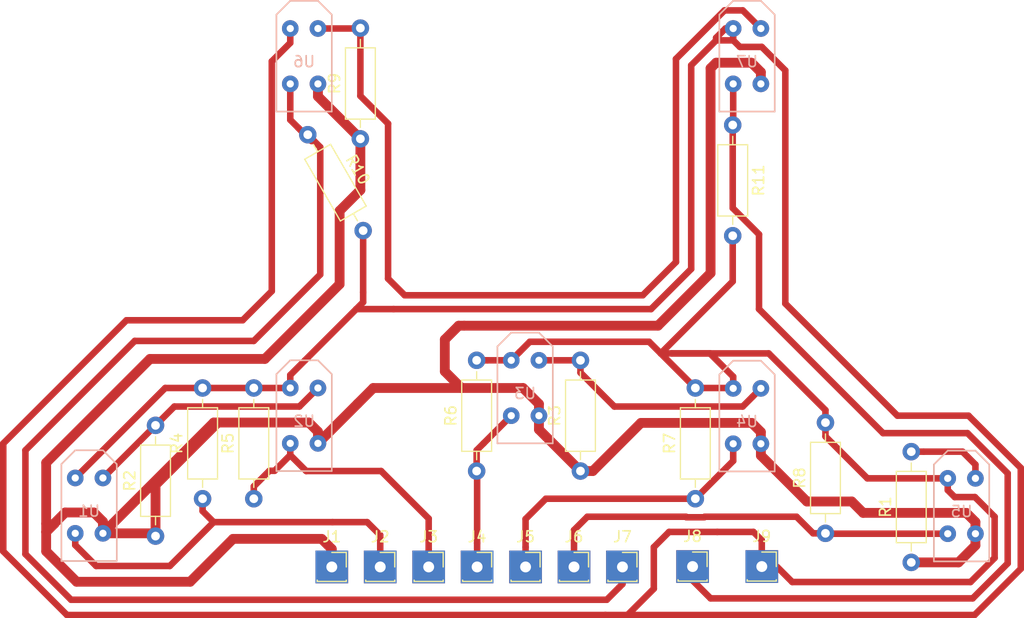
<source format=kicad_pcb>
(kicad_pcb (version 20171130) (host pcbnew "(5.0.2)-1")

  (general
    (thickness 1.6)
    (drawings 0)
    (tracks 241)
    (zones 0)
    (modules 27)
    (nets 14)
  )

  (page A4)
  (layers
    (0 F.Cu signal)
    (31 B.Cu signal)
    (32 B.Adhes user)
    (33 F.Adhes user)
    (34 B.Paste user)
    (35 F.Paste user)
    (36 B.SilkS user)
    (37 F.SilkS user)
    (38 B.Mask user)
    (39 F.Mask user)
    (40 Dwgs.User user)
    (41 Cmts.User user)
    (42 Eco1.User user)
    (43 Eco2.User user)
    (44 Edge.Cuts user)
    (45 Margin user)
    (46 B.CrtYd user)
    (47 F.CrtYd user)
    (48 B.Fab user)
    (49 F.Fab user)
  )

  (setup
    (last_trace_width 0.25)
    (trace_clearance 0.2)
    (zone_clearance 0.908)
    (zone_45_only no)
    (trace_min 0.2)
    (segment_width 0.2)
    (edge_width 0.15)
    (via_size 0.8)
    (via_drill 0.4)
    (via_min_size 0.4)
    (via_min_drill 0.3)
    (uvia_size 0.3)
    (uvia_drill 0.1)
    (uvias_allowed no)
    (uvia_min_size 0.2)
    (uvia_min_drill 0.1)
    (pcb_text_width 0.3)
    (pcb_text_size 1.5 1.5)
    (mod_edge_width 0.15)
    (mod_text_size 1 1)
    (mod_text_width 0.15)
    (pad_size 3 3)
    (pad_drill 1)
    (pad_to_mask_clearance 0.051)
    (solder_mask_min_width 0.25)
    (aux_axis_origin 0 0)
    (visible_elements 7FFFFFFF)
    (pcbplotparams
      (layerselection 0x00080_7ffffffe)
      (usegerberextensions false)
      (usegerberattributes false)
      (usegerberadvancedattributes false)
      (creategerberjobfile false)
      (excludeedgelayer true)
      (linewidth 0.100000)
      (plotframeref false)
      (viasonmask false)
      (mode 1)
      (useauxorigin false)
      (hpglpennumber 1)
      (hpglpenspeed 20)
      (hpglpendiameter 15.000000)
      (psnegative false)
      (psa4output false)
      (plotreference true)
      (plotvalue true)
      (plotinvisibletext false)
      (padsonsilk false)
      (subtractmaskfromsilk false)
      (outputformat 4)
      (mirror false)
      (drillshape 0)
      (scaleselection 1)
      (outputdirectory ""))
  )

  (net 0 "")
  (net 1 VCC)
  (net 2 S1)
  (net 3 S2)
  (net 4 S3)
  (net 5 S4)
  (net 6 S5)
  (net 7 S6)
  (net 8 S7)
  (net 9 GND)
  (net 10 "Net-(R1-Pad2)")
  (net 11 "Net-(R2-Pad2)")
  (net 12 "Net-(R3-Pad2)")
  (net 13 "Net-(R9-Pad2)")

  (net_class Default "Esta é a classe de rede padrão."
    (clearance 0.2)
    (trace_width 0.25)
    (via_dia 0.8)
    (via_drill 0.4)
    (uvia_dia 0.3)
    (uvia_drill 0.1)
  )

  (net_class track ""
    (clearance 0.6)
    (trace_width 0.6)
    (via_dia 1.6)
    (via_drill 1)
    (uvia_dia 0.3)
    (uvia_drill 0.1)
    (add_net GND)
    (add_net "Net-(R1-Pad2)")
    (add_net "Net-(R2-Pad2)")
    (add_net "Net-(R3-Pad2)")
    (add_net "Net-(R9-Pad2)")
    (add_net S1)
    (add_net S2)
    (add_net S3)
    (add_net S4)
    (add_net S5)
    (add_net S6)
    (add_net S7)
  )

  (net_class vcc ""
    (clearance 0.7)
    (trace_width 0.9)
    (via_dia 1.6)
    (via_drill 1)
    (uvia_dia 0.3)
    (uvia_drill 0.1)
    (add_net VCC)
  )

  (module cyclophone:TCRT50002 (layer B.Cu) (tedit 5C50F7F0) (tstamp 5C54C98C)
    (at 134.747 104.267 180)
    (path /5C4EC88C)
    (fp_text reference U3 (at 0 -0.5 180) (layer B.SilkS)
      (effects (font (size 1 1) (thickness 0.15)) (justify mirror))
    )
    (fp_text value TCRT5000 (at 0 -3.81 180) (layer B.Fab)
      (effects (font (size 1 1) (thickness 0.15)) (justify mirror))
    )
    (fp_line (start -1.27 5.08) (end 1.27 5.08) (layer B.SilkS) (width 0.15))
    (fp_line (start 1.27 5.08) (end 2.54 3.81) (layer B.SilkS) (width 0.15))
    (fp_line (start 2.54 3.81) (end 2.54 -5.08) (layer B.SilkS) (width 0.15))
    (fp_line (start 2.54 -5.08) (end -2.54 -5.08) (layer B.SilkS) (width 0.15))
    (fp_line (start -2.54 -5.08) (end -2.54 3.81) (layer B.SilkS) (width 0.15))
    (fp_line (start -2.54 3.81) (end -1.27 5.08) (layer B.SilkS) (width 0.15))
    (pad 1 thru_hole circle (at -1.27 2.54 180) (size 1.524 1.524) (drill 0.662) (layers *.Cu *.Mask)
      (net 12 "Net-(R3-Pad2)"))
    (pad 2 thru_hole circle (at 1.27 2.54 180) (size 1.524 1.524) (drill 0.662) (layers *.Cu *.Mask)
      (net 9 GND))
    (pad 3 thru_hole circle (at -1.27 -2.54 180) (size 1.524 1.524) (drill 0.662) (layers *.Cu *.Mask)
      (net 1 VCC))
    (pad 4 thru_hole circle (at 1.27 -2.54 180) (size 1.524 1.524) (drill 0.662) (layers *.Cu *.Mask)
      (net 4 S3))
  )

  (module cyclophone:TCRT50002 (layer B.Cu) (tedit 5C50F7F0) (tstamp 5C54C965)
    (at 114.4702 106.807 180)
    (path /5C4E1545)
    (fp_text reference U2 (at 0 -0.5 180) (layer B.SilkS)
      (effects (font (size 1 1) (thickness 0.15)) (justify mirror))
    )
    (fp_text value TCRT5000 (at 0 -3.81 180) (layer B.Fab)
      (effects (font (size 1 1) (thickness 0.15)) (justify mirror))
    )
    (fp_line (start -1.27 5.08) (end 1.27 5.08) (layer B.SilkS) (width 0.15))
    (fp_line (start 1.27 5.08) (end 2.54 3.81) (layer B.SilkS) (width 0.15))
    (fp_line (start 2.54 3.81) (end 2.54 -5.08) (layer B.SilkS) (width 0.15))
    (fp_line (start 2.54 -5.08) (end -2.54 -5.08) (layer B.SilkS) (width 0.15))
    (fp_line (start -2.54 -5.08) (end -2.54 3.81) (layer B.SilkS) (width 0.15))
    (fp_line (start -2.54 3.81) (end -1.27 5.08) (layer B.SilkS) (width 0.15))
    (pad 1 thru_hole circle (at -1.27 2.54 180) (size 1.524 1.524) (drill 0.662) (layers *.Cu *.Mask)
      (net 11 "Net-(R2-Pad2)"))
    (pad 2 thru_hole circle (at 1.27 2.54 180) (size 1.524 1.524) (drill 0.662) (layers *.Cu *.Mask)
      (net 9 GND))
    (pad 3 thru_hole circle (at -1.27 -2.54 180) (size 1.524 1.524) (drill 0.662) (layers *.Cu *.Mask)
      (net 1 VCC))
    (pad 4 thru_hole circle (at 1.27 -2.54 180) (size 1.524 1.524) (drill 0.662) (layers *.Cu *.Mask)
      (net 3 S2))
  )

  (module Connector_PinSocket_2.54mm:PinSocket_1x01_P2.54mm_Vertical (layer F.Cu) (tedit 5C585FE9) (tstamp 5C587386)
    (at 117.0102 120.6856)
    (descr "Through hole straight socket strip, 1x01, 2.54mm pitch, single row (from Kicad 4.0.7), script generated")
    (tags "Through hole socket strip THT 1x01 2.54mm single row")
    (path /5C4F42C9)
    (fp_text reference J1 (at 0 -2.77) (layer F.SilkS)
      (effects (font (size 1 1) (thickness 0.15)))
    )
    (fp_text value Conn_01x01_Female (at 0 2.77) (layer F.Fab)
      (effects (font (size 1 1) (thickness 0.15)))
    )
    (fp_line (start -1.27 -1.27) (end 0.635 -1.27) (layer F.Fab) (width 0.1))
    (fp_line (start 0.635 -1.27) (end 1.27 -0.635) (layer F.Fab) (width 0.1))
    (fp_line (start 1.27 -0.635) (end 1.27 1.27) (layer F.Fab) (width 0.1))
    (fp_line (start 1.27 1.27) (end -1.27 1.27) (layer F.Fab) (width 0.1))
    (fp_line (start -1.27 1.27) (end -1.27 -1.27) (layer F.Fab) (width 0.1))
    (fp_line (start -1.33 1.33) (end 1.33 1.33) (layer F.SilkS) (width 0.12))
    (fp_line (start -1.33 1.21) (end -1.33 1.33) (layer F.SilkS) (width 0.12))
    (fp_line (start 1.33 1.21) (end 1.33 1.33) (layer F.SilkS) (width 0.12))
    (fp_line (start 1.33 -1.33) (end 1.33 0) (layer F.SilkS) (width 0.12))
    (fp_line (start 0 -1.33) (end 1.33 -1.33) (layer F.SilkS) (width 0.12))
    (fp_line (start -1.8 -1.8) (end 1.75 -1.8) (layer F.CrtYd) (width 0.05))
    (fp_line (start 1.75 -1.8) (end 1.75 1.75) (layer F.CrtYd) (width 0.05))
    (fp_line (start 1.75 1.75) (end -1.8 1.75) (layer F.CrtYd) (width 0.05))
    (fp_line (start -1.8 1.75) (end -1.8 -1.8) (layer F.CrtYd) (width 0.05))
    (fp_text user %R (at 0 0) (layer F.Fab)
      (effects (font (size 1 1) (thickness 0.15)))
    )
    (pad 1 thru_hole rect (at 0 0) (size 3 3) (drill 1) (layers *.Cu *.Mask)
      (net 1 VCC))
    (model ${KISYS3DMOD}/Connector_PinSocket_2.54mm.3dshapes/PinSocket_1x01_P2.54mm_Vertical.wrl
      (at (xyz 0 0 0))
      (scale (xyz 1 1 1))
      (rotate (xyz 0 0 0))
    )
  )

  (module Connector_PinSocket_2.54mm:PinSocket_1x01_P2.54mm_Vertical (layer F.Cu) (tedit 5A19A434) (tstamp 5C58734D)
    (at 121.4552 120.6856)
    (descr "Through hole straight socket strip, 1x01, 2.54mm pitch, single row (from Kicad 4.0.7), script generated")
    (tags "Through hole socket strip THT 1x01 2.54mm single row")
    (path /5C4F436B)
    (fp_text reference J2 (at 0 -2.77) (layer F.SilkS)
      (effects (font (size 1 1) (thickness 0.15)))
    )
    (fp_text value Conn_01x01_Female (at 0 2.77) (layer F.Fab)
      (effects (font (size 1 1) (thickness 0.15)))
    )
    (fp_text user %R (at 0 0) (layer F.Fab)
      (effects (font (size 1 1) (thickness 0.15)))
    )
    (fp_line (start -1.8 1.75) (end -1.8 -1.8) (layer F.CrtYd) (width 0.05))
    (fp_line (start 1.75 1.75) (end -1.8 1.75) (layer F.CrtYd) (width 0.05))
    (fp_line (start 1.75 -1.8) (end 1.75 1.75) (layer F.CrtYd) (width 0.05))
    (fp_line (start -1.8 -1.8) (end 1.75 -1.8) (layer F.CrtYd) (width 0.05))
    (fp_line (start 0 -1.33) (end 1.33 -1.33) (layer F.SilkS) (width 0.12))
    (fp_line (start 1.33 -1.33) (end 1.33 0) (layer F.SilkS) (width 0.12))
    (fp_line (start 1.33 1.21) (end 1.33 1.33) (layer F.SilkS) (width 0.12))
    (fp_line (start -1.33 1.21) (end -1.33 1.33) (layer F.SilkS) (width 0.12))
    (fp_line (start -1.33 1.33) (end 1.33 1.33) (layer F.SilkS) (width 0.12))
    (fp_line (start -1.27 1.27) (end -1.27 -1.27) (layer F.Fab) (width 0.1))
    (fp_line (start 1.27 1.27) (end -1.27 1.27) (layer F.Fab) (width 0.1))
    (fp_line (start 1.27 -0.635) (end 1.27 1.27) (layer F.Fab) (width 0.1))
    (fp_line (start 0.635 -1.27) (end 1.27 -0.635) (layer F.Fab) (width 0.1))
    (fp_line (start -1.27 -1.27) (end 0.635 -1.27) (layer F.Fab) (width 0.1))
    (pad 1 thru_hole rect (at 0 0) (size 3 3) (drill 1) (layers *.Cu *.Mask)
      (net 2 S1))
    (model ${KISYS3DMOD}/Connector_PinSocket_2.54mm.3dshapes/PinSocket_1x01_P2.54mm_Vertical.wrl
      (at (xyz 0 0 0))
      (scale (xyz 1 1 1))
      (rotate (xyz 0 0 0))
    )
  )

  (module Connector_PinSocket_2.54mm:PinSocket_1x01_P2.54mm_Vertical (layer F.Cu) (tedit 5A19A434) (tstamp 5C587314)
    (at 125.9002 120.6856)
    (descr "Through hole straight socket strip, 1x01, 2.54mm pitch, single row (from Kicad 4.0.7), script generated")
    (tags "Through hole socket strip THT 1x01 2.54mm single row")
    (path /5C4F43A5)
    (fp_text reference J3 (at 0 -2.77) (layer F.SilkS)
      (effects (font (size 1 1) (thickness 0.15)))
    )
    (fp_text value Conn_01x01_Female (at 0 2.77) (layer F.Fab)
      (effects (font (size 1 1) (thickness 0.15)))
    )
    (fp_line (start -1.27 -1.27) (end 0.635 -1.27) (layer F.Fab) (width 0.1))
    (fp_line (start 0.635 -1.27) (end 1.27 -0.635) (layer F.Fab) (width 0.1))
    (fp_line (start 1.27 -0.635) (end 1.27 1.27) (layer F.Fab) (width 0.1))
    (fp_line (start 1.27 1.27) (end -1.27 1.27) (layer F.Fab) (width 0.1))
    (fp_line (start -1.27 1.27) (end -1.27 -1.27) (layer F.Fab) (width 0.1))
    (fp_line (start -1.33 1.33) (end 1.33 1.33) (layer F.SilkS) (width 0.12))
    (fp_line (start -1.33 1.21) (end -1.33 1.33) (layer F.SilkS) (width 0.12))
    (fp_line (start 1.33 1.21) (end 1.33 1.33) (layer F.SilkS) (width 0.12))
    (fp_line (start 1.33 -1.33) (end 1.33 0) (layer F.SilkS) (width 0.12))
    (fp_line (start 0 -1.33) (end 1.33 -1.33) (layer F.SilkS) (width 0.12))
    (fp_line (start -1.8 -1.8) (end 1.75 -1.8) (layer F.CrtYd) (width 0.05))
    (fp_line (start 1.75 -1.8) (end 1.75 1.75) (layer F.CrtYd) (width 0.05))
    (fp_line (start 1.75 1.75) (end -1.8 1.75) (layer F.CrtYd) (width 0.05))
    (fp_line (start -1.8 1.75) (end -1.8 -1.8) (layer F.CrtYd) (width 0.05))
    (fp_text user %R (at 0 0) (layer F.Fab)
      (effects (font (size 1 1) (thickness 0.15)))
    )
    (pad 1 thru_hole rect (at 0 0) (size 3 3) (drill 1) (layers *.Cu *.Mask)
      (net 3 S2))
    (model ${KISYS3DMOD}/Connector_PinSocket_2.54mm.3dshapes/PinSocket_1x01_P2.54mm_Vertical.wrl
      (at (xyz 0 0 0))
      (scale (xyz 1 1 1))
      (rotate (xyz 0 0 0))
    )
  )

  (module Connector_PinSocket_2.54mm:PinSocket_1x01_P2.54mm_Vertical (layer F.Cu) (tedit 5A19A434) (tstamp 5C5872DB)
    (at 130.3452 120.6856)
    (descr "Through hole straight socket strip, 1x01, 2.54mm pitch, single row (from Kicad 4.0.7), script generated")
    (tags "Through hole socket strip THT 1x01 2.54mm single row")
    (path /5C4F43E1)
    (fp_text reference J4 (at 0 -2.77) (layer F.SilkS)
      (effects (font (size 1 1) (thickness 0.15)))
    )
    (fp_text value Conn_01x01_Female (at 0 2.77) (layer F.Fab)
      (effects (font (size 1 1) (thickness 0.15)))
    )
    (fp_text user %R (at 0 0) (layer F.Fab)
      (effects (font (size 1 1) (thickness 0.15)))
    )
    (fp_line (start -1.8 1.75) (end -1.8 -1.8) (layer F.CrtYd) (width 0.05))
    (fp_line (start 1.75 1.75) (end -1.8 1.75) (layer F.CrtYd) (width 0.05))
    (fp_line (start 1.75 -1.8) (end 1.75 1.75) (layer F.CrtYd) (width 0.05))
    (fp_line (start -1.8 -1.8) (end 1.75 -1.8) (layer F.CrtYd) (width 0.05))
    (fp_line (start 0 -1.33) (end 1.33 -1.33) (layer F.SilkS) (width 0.12))
    (fp_line (start 1.33 -1.33) (end 1.33 0) (layer F.SilkS) (width 0.12))
    (fp_line (start 1.33 1.21) (end 1.33 1.33) (layer F.SilkS) (width 0.12))
    (fp_line (start -1.33 1.21) (end -1.33 1.33) (layer F.SilkS) (width 0.12))
    (fp_line (start -1.33 1.33) (end 1.33 1.33) (layer F.SilkS) (width 0.12))
    (fp_line (start -1.27 1.27) (end -1.27 -1.27) (layer F.Fab) (width 0.1))
    (fp_line (start 1.27 1.27) (end -1.27 1.27) (layer F.Fab) (width 0.1))
    (fp_line (start 1.27 -0.635) (end 1.27 1.27) (layer F.Fab) (width 0.1))
    (fp_line (start 0.635 -1.27) (end 1.27 -0.635) (layer F.Fab) (width 0.1))
    (fp_line (start -1.27 -1.27) (end 0.635 -1.27) (layer F.Fab) (width 0.1))
    (pad 1 thru_hole rect (at 0 0) (size 3 3) (drill 1) (layers *.Cu *.Mask)
      (net 4 S3))
    (model ${KISYS3DMOD}/Connector_PinSocket_2.54mm.3dshapes/PinSocket_1x01_P2.54mm_Vertical.wrl
      (at (xyz 0 0 0))
      (scale (xyz 1 1 1))
      (rotate (xyz 0 0 0))
    )
  )

  (module Connector_PinSocket_2.54mm:PinSocket_1x01_P2.54mm_Vertical (layer F.Cu) (tedit 5A19A434) (tstamp 5C587293)
    (at 134.7902 120.6856)
    (descr "Through hole straight socket strip, 1x01, 2.54mm pitch, single row (from Kicad 4.0.7), script generated")
    (tags "Through hole socket strip THT 1x01 2.54mm single row")
    (path /5C4F446B)
    (fp_text reference J5 (at 0 -2.77) (layer F.SilkS)
      (effects (font (size 1 1) (thickness 0.15)))
    )
    (fp_text value Conn_01x01_Female (at 0 2.77) (layer F.Fab)
      (effects (font (size 1 1) (thickness 0.15)))
    )
    (fp_line (start -1.27 -1.27) (end 0.635 -1.27) (layer F.Fab) (width 0.1))
    (fp_line (start 0.635 -1.27) (end 1.27 -0.635) (layer F.Fab) (width 0.1))
    (fp_line (start 1.27 -0.635) (end 1.27 1.27) (layer F.Fab) (width 0.1))
    (fp_line (start 1.27 1.27) (end -1.27 1.27) (layer F.Fab) (width 0.1))
    (fp_line (start -1.27 1.27) (end -1.27 -1.27) (layer F.Fab) (width 0.1))
    (fp_line (start -1.33 1.33) (end 1.33 1.33) (layer F.SilkS) (width 0.12))
    (fp_line (start -1.33 1.21) (end -1.33 1.33) (layer F.SilkS) (width 0.12))
    (fp_line (start 1.33 1.21) (end 1.33 1.33) (layer F.SilkS) (width 0.12))
    (fp_line (start 1.33 -1.33) (end 1.33 0) (layer F.SilkS) (width 0.12))
    (fp_line (start 0 -1.33) (end 1.33 -1.33) (layer F.SilkS) (width 0.12))
    (fp_line (start -1.8 -1.8) (end 1.75 -1.8) (layer F.CrtYd) (width 0.05))
    (fp_line (start 1.75 -1.8) (end 1.75 1.75) (layer F.CrtYd) (width 0.05))
    (fp_line (start 1.75 1.75) (end -1.8 1.75) (layer F.CrtYd) (width 0.05))
    (fp_line (start -1.8 1.75) (end -1.8 -1.8) (layer F.CrtYd) (width 0.05))
    (fp_text user %R (at 0 0) (layer F.Fab)
      (effects (font (size 1 1) (thickness 0.15)))
    )
    (pad 1 thru_hole rect (at 0 0) (size 3 3) (drill 1) (layers *.Cu *.Mask)
      (net 5 S4))
    (model ${KISYS3DMOD}/Connector_PinSocket_2.54mm.3dshapes/PinSocket_1x01_P2.54mm_Vertical.wrl
      (at (xyz 0 0 0))
      (scale (xyz 1 1 1))
      (rotate (xyz 0 0 0))
    )
  )

  (module Connector_PinSocket_2.54mm:PinSocket_1x01_P2.54mm_Vertical (layer F.Cu) (tedit 5A19A434) (tstamp 5C58725A)
    (at 139.2352 120.6856)
    (descr "Through hole straight socket strip, 1x01, 2.54mm pitch, single row (from Kicad 4.0.7), script generated")
    (tags "Through hole socket strip THT 1x01 2.54mm single row")
    (path /5C4F44AB)
    (fp_text reference J6 (at 0 -2.77) (layer F.SilkS)
      (effects (font (size 1 1) (thickness 0.15)))
    )
    (fp_text value Conn_01x01_Female (at 0 2.77) (layer F.Fab)
      (effects (font (size 1 1) (thickness 0.15)))
    )
    (fp_text user %R (at 0 0) (layer F.Fab)
      (effects (font (size 1 1) (thickness 0.15)))
    )
    (fp_line (start -1.8 1.75) (end -1.8 -1.8) (layer F.CrtYd) (width 0.05))
    (fp_line (start 1.75 1.75) (end -1.8 1.75) (layer F.CrtYd) (width 0.05))
    (fp_line (start 1.75 -1.8) (end 1.75 1.75) (layer F.CrtYd) (width 0.05))
    (fp_line (start -1.8 -1.8) (end 1.75 -1.8) (layer F.CrtYd) (width 0.05))
    (fp_line (start 0 -1.33) (end 1.33 -1.33) (layer F.SilkS) (width 0.12))
    (fp_line (start 1.33 -1.33) (end 1.33 0) (layer F.SilkS) (width 0.12))
    (fp_line (start 1.33 1.21) (end 1.33 1.33) (layer F.SilkS) (width 0.12))
    (fp_line (start -1.33 1.21) (end -1.33 1.33) (layer F.SilkS) (width 0.12))
    (fp_line (start -1.33 1.33) (end 1.33 1.33) (layer F.SilkS) (width 0.12))
    (fp_line (start -1.27 1.27) (end -1.27 -1.27) (layer F.Fab) (width 0.1))
    (fp_line (start 1.27 1.27) (end -1.27 1.27) (layer F.Fab) (width 0.1))
    (fp_line (start 1.27 -0.635) (end 1.27 1.27) (layer F.Fab) (width 0.1))
    (fp_line (start 0.635 -1.27) (end 1.27 -0.635) (layer F.Fab) (width 0.1))
    (fp_line (start -1.27 -1.27) (end 0.635 -1.27) (layer F.Fab) (width 0.1))
    (pad 1 thru_hole rect (at 0 0) (size 3 3) (drill 1) (layers *.Cu *.Mask)
      (net 6 S5))
    (model ${KISYS3DMOD}/Connector_PinSocket_2.54mm.3dshapes/PinSocket_1x01_P2.54mm_Vertical.wrl
      (at (xyz 0 0 0))
      (scale (xyz 1 1 1))
      (rotate (xyz 0 0 0))
    )
  )

  (module Connector_PinSocket_2.54mm:PinSocket_1x01_P2.54mm_Vertical (layer F.Cu) (tedit 5A19A434) (tstamp 5C587221)
    (at 143.6802 120.6856)
    (descr "Through hole straight socket strip, 1x01, 2.54mm pitch, single row (from Kicad 4.0.7), script generated")
    (tags "Through hole socket strip THT 1x01 2.54mm single row")
    (path /5C4F44ED)
    (fp_text reference J7 (at 0 -2.77) (layer F.SilkS)
      (effects (font (size 1 1) (thickness 0.15)))
    )
    (fp_text value Conn_01x01_Female (at 0 2.77) (layer F.Fab)
      (effects (font (size 1 1) (thickness 0.15)))
    )
    (fp_line (start -1.27 -1.27) (end 0.635 -1.27) (layer F.Fab) (width 0.1))
    (fp_line (start 0.635 -1.27) (end 1.27 -0.635) (layer F.Fab) (width 0.1))
    (fp_line (start 1.27 -0.635) (end 1.27 1.27) (layer F.Fab) (width 0.1))
    (fp_line (start 1.27 1.27) (end -1.27 1.27) (layer F.Fab) (width 0.1))
    (fp_line (start -1.27 1.27) (end -1.27 -1.27) (layer F.Fab) (width 0.1))
    (fp_line (start -1.33 1.33) (end 1.33 1.33) (layer F.SilkS) (width 0.12))
    (fp_line (start -1.33 1.21) (end -1.33 1.33) (layer F.SilkS) (width 0.12))
    (fp_line (start 1.33 1.21) (end 1.33 1.33) (layer F.SilkS) (width 0.12))
    (fp_line (start 1.33 -1.33) (end 1.33 0) (layer F.SilkS) (width 0.12))
    (fp_line (start 0 -1.33) (end 1.33 -1.33) (layer F.SilkS) (width 0.12))
    (fp_line (start -1.8 -1.8) (end 1.75 -1.8) (layer F.CrtYd) (width 0.05))
    (fp_line (start 1.75 -1.8) (end 1.75 1.75) (layer F.CrtYd) (width 0.05))
    (fp_line (start 1.75 1.75) (end -1.8 1.75) (layer F.CrtYd) (width 0.05))
    (fp_line (start -1.8 1.75) (end -1.8 -1.8) (layer F.CrtYd) (width 0.05))
    (fp_text user %R (at 0 0) (layer F.Fab)
      (effects (font (size 1 1) (thickness 0.15)))
    )
    (pad 1 thru_hole rect (at 0 0) (size 3 3) (drill 1) (layers *.Cu *.Mask)
      (net 7 S6))
    (model ${KISYS3DMOD}/Connector_PinSocket_2.54mm.3dshapes/PinSocket_1x01_P2.54mm_Vertical.wrl
      (at (xyz 0 0 0))
      (scale (xyz 1 1 1))
      (rotate (xyz 0 0 0))
    )
  )

  (module Connector_PinSocket_2.54mm:PinSocket_1x01_P2.54mm_Vertical (layer F.Cu) (tedit 5A19A434) (tstamp 5C5871E8)
    (at 150.114 120.65)
    (descr "Through hole straight socket strip, 1x01, 2.54mm pitch, single row (from Kicad 4.0.7), script generated")
    (tags "Through hole socket strip THT 1x01 2.54mm single row")
    (path /5C4F4531)
    (fp_text reference J8 (at 0 -2.77) (layer F.SilkS)
      (effects (font (size 1 1) (thickness 0.15)))
    )
    (fp_text value Conn_01x01_Female (at 0 2.77) (layer F.Fab)
      (effects (font (size 1 1) (thickness 0.15)))
    )
    (fp_text user %R (at 0 0) (layer F.Fab)
      (effects (font (size 1 1) (thickness 0.15)))
    )
    (fp_line (start -1.8 1.75) (end -1.8 -1.8) (layer F.CrtYd) (width 0.05))
    (fp_line (start 1.75 1.75) (end -1.8 1.75) (layer F.CrtYd) (width 0.05))
    (fp_line (start 1.75 -1.8) (end 1.75 1.75) (layer F.CrtYd) (width 0.05))
    (fp_line (start -1.8 -1.8) (end 1.75 -1.8) (layer F.CrtYd) (width 0.05))
    (fp_line (start 0 -1.33) (end 1.33 -1.33) (layer F.SilkS) (width 0.12))
    (fp_line (start 1.33 -1.33) (end 1.33 0) (layer F.SilkS) (width 0.12))
    (fp_line (start 1.33 1.21) (end 1.33 1.33) (layer F.SilkS) (width 0.12))
    (fp_line (start -1.33 1.21) (end -1.33 1.33) (layer F.SilkS) (width 0.12))
    (fp_line (start -1.33 1.33) (end 1.33 1.33) (layer F.SilkS) (width 0.12))
    (fp_line (start -1.27 1.27) (end -1.27 -1.27) (layer F.Fab) (width 0.1))
    (fp_line (start 1.27 1.27) (end -1.27 1.27) (layer F.Fab) (width 0.1))
    (fp_line (start 1.27 -0.635) (end 1.27 1.27) (layer F.Fab) (width 0.1))
    (fp_line (start 0.635 -1.27) (end 1.27 -0.635) (layer F.Fab) (width 0.1))
    (fp_line (start -1.27 -1.27) (end 0.635 -1.27) (layer F.Fab) (width 0.1))
    (pad 1 thru_hole rect (at 0 0) (size 3 3) (drill 1) (layers *.Cu *.Mask)
      (net 8 S7))
    (model ${KISYS3DMOD}/Connector_PinSocket_2.54mm.3dshapes/PinSocket_1x01_P2.54mm_Vertical.wrl
      (at (xyz 0 0 0))
      (scale (xyz 1 1 1))
      (rotate (xyz 0 0 0))
    )
  )

  (module Connector_PinSocket_2.54mm:PinSocket_1x01_P2.54mm_Vertical (layer F.Cu) (tedit 5A19A434) (tstamp 5C5871AF)
    (at 156.464 120.65)
    (descr "Through hole straight socket strip, 1x01, 2.54mm pitch, single row (from Kicad 4.0.7), script generated")
    (tags "Through hole socket strip THT 1x01 2.54mm single row")
    (path /5C4F4577)
    (fp_text reference J9 (at 0 -2.77) (layer F.SilkS)
      (effects (font (size 1 1) (thickness 0.15)))
    )
    (fp_text value Conn_01x01_Female (at 0 2.77) (layer F.Fab)
      (effects (font (size 1 1) (thickness 0.15)))
    )
    (fp_line (start -1.27 -1.27) (end 0.635 -1.27) (layer F.Fab) (width 0.1))
    (fp_line (start 0.635 -1.27) (end 1.27 -0.635) (layer F.Fab) (width 0.1))
    (fp_line (start 1.27 -0.635) (end 1.27 1.27) (layer F.Fab) (width 0.1))
    (fp_line (start 1.27 1.27) (end -1.27 1.27) (layer F.Fab) (width 0.1))
    (fp_line (start -1.27 1.27) (end -1.27 -1.27) (layer F.Fab) (width 0.1))
    (fp_line (start -1.33 1.33) (end 1.33 1.33) (layer F.SilkS) (width 0.12))
    (fp_line (start -1.33 1.21) (end -1.33 1.33) (layer F.SilkS) (width 0.12))
    (fp_line (start 1.33 1.21) (end 1.33 1.33) (layer F.SilkS) (width 0.12))
    (fp_line (start 1.33 -1.33) (end 1.33 0) (layer F.SilkS) (width 0.12))
    (fp_line (start 0 -1.33) (end 1.33 -1.33) (layer F.SilkS) (width 0.12))
    (fp_line (start -1.8 -1.8) (end 1.75 -1.8) (layer F.CrtYd) (width 0.05))
    (fp_line (start 1.75 -1.8) (end 1.75 1.75) (layer F.CrtYd) (width 0.05))
    (fp_line (start 1.75 1.75) (end -1.8 1.75) (layer F.CrtYd) (width 0.05))
    (fp_line (start -1.8 1.75) (end -1.8 -1.8) (layer F.CrtYd) (width 0.05))
    (fp_text user %R (at 0 0) (layer F.Fab)
      (effects (font (size 1 1) (thickness 0.15)))
    )
    (pad 1 thru_hole rect (at 0 0) (size 3 3) (drill 1) (layers *.Cu *.Mask)
      (net 9 GND))
    (model ${KISYS3DMOD}/Connector_PinSocket_2.54mm.3dshapes/PinSocket_1x01_P2.54mm_Vertical.wrl
      (at (xyz 0 0 0))
      (scale (xyz 1 1 1))
      (rotate (xyz 0 0 0))
    )
  )

  (module Resistor_THT:R_Axial_DIN0207_L6.3mm_D2.5mm_P10.16mm_Horizontal (layer F.Cu) (tedit 5AE5139B) (tstamp 5C586680)
    (at 170.18 120.269 90)
    (descr "Resistor, Axial_DIN0207 series, Axial, Horizontal, pin pitch=10.16mm, 0.25W = 1/4W, length*diameter=6.3*2.5mm^2, http://cdn-reichelt.de/documents/datenblatt/B400/1_4W%23YAG.pdf")
    (tags "Resistor Axial_DIN0207 series Axial Horizontal pin pitch 10.16mm 0.25W = 1/4W length 6.3mm diameter 2.5mm")
    (path /5C4ED81C)
    (fp_text reference R1 (at 5.08 -2.37 90) (layer F.SilkS)
      (effects (font (size 1 1) (thickness 0.15)))
    )
    (fp_text value 330 (at 5.08 2.37 90) (layer F.Fab)
      (effects (font (size 1 1) (thickness 0.15)))
    )
    (fp_text user %R (at 5.079999 0 90) (layer F.Fab)
      (effects (font (size 1 1) (thickness 0.15)))
    )
    (fp_line (start 11.21 -1.5) (end -1.05 -1.5) (layer F.CrtYd) (width 0.05))
    (fp_line (start 11.21 1.5) (end 11.21 -1.5) (layer F.CrtYd) (width 0.05))
    (fp_line (start -1.05 1.5) (end 11.21 1.5) (layer F.CrtYd) (width 0.05))
    (fp_line (start -1.05 -1.5) (end -1.05 1.5) (layer F.CrtYd) (width 0.05))
    (fp_line (start 9.12 0) (end 8.350001 0) (layer F.SilkS) (width 0.12))
    (fp_line (start 1.04 0) (end 1.81 0) (layer F.SilkS) (width 0.12))
    (fp_line (start 8.35 -1.37) (end 1.81 -1.37) (layer F.SilkS) (width 0.12))
    (fp_line (start 8.35 1.37) (end 8.35 -1.37) (layer F.SilkS) (width 0.12))
    (fp_line (start 1.81 1.37) (end 8.35 1.37) (layer F.SilkS) (width 0.12))
    (fp_line (start 1.81 -1.37) (end 1.81 1.37) (layer F.SilkS) (width 0.12))
    (fp_line (start 10.16 0) (end 8.23 0) (layer F.Fab) (width 0.1))
    (fp_line (start 0 0) (end 1.93 0) (layer F.Fab) (width 0.1))
    (fp_line (start 8.23 -1.25) (end 1.930001 -1.25) (layer F.Fab) (width 0.1))
    (fp_line (start 8.23 1.25) (end 8.23 -1.25) (layer F.Fab) (width 0.1))
    (fp_line (start 1.930001 1.25) (end 8.23 1.25) (layer F.Fab) (width 0.1))
    (fp_line (start 1.930001 -1.25) (end 1.930001 1.25) (layer F.Fab) (width 0.1))
    (pad 2 thru_hole oval (at 10.16 0 90) (size 1.6 1.6) (drill 0.8) (layers *.Cu *.Mask)
      (net 10 "Net-(R1-Pad2)"))
    (pad 1 thru_hole circle (at 0 0 90) (size 1.6 1.6) (drill 0.8) (layers *.Cu *.Mask)
      (net 1 VCC))
    (model ${KISYS3DMOD}/Resistor_THT.3dshapes/R_Axial_DIN0207_L6.3mm_D2.5mm_P10.16mm_Horizontal.wrl
      (at (xyz 0 0 0))
      (scale (xyz 1 1 1))
      (rotate (xyz 0 0 0))
    )
  )

  (module Resistor_THT:R_Axial_DIN0207_L6.3mm_D2.5mm_P10.16mm_Horizontal (layer F.Cu) (tedit 5AE5139B) (tstamp 5C586279)
    (at 100.838 117.856 90)
    (descr "Resistor, Axial_DIN0207 series, Axial, Horizontal, pin pitch=10.16mm, 0.25W = 1/4W, length*diameter=6.3*2.5mm^2, http://cdn-reichelt.de/documents/datenblatt/B400/1_4W%23YAG.pdf")
    (tags "Resistor Axial_DIN0207 series Axial Horizontal pin pitch 10.16mm 0.25W = 1/4W length 6.3mm diameter 2.5mm")
    (path /5C4E0CAD)
    (fp_text reference R2 (at 5.08 -2.37 90) (layer F.SilkS)
      (effects (font (size 1 1) (thickness 0.15)))
    )
    (fp_text value 330 (at 5.08 2.37 90) (layer F.Fab)
      (effects (font (size 1 1) (thickness 0.15)))
    )
    (fp_line (start 1.93 -1.25) (end 1.93 1.25) (layer F.Fab) (width 0.1))
    (fp_line (start 1.93 1.25) (end 8.23 1.25) (layer F.Fab) (width 0.1))
    (fp_line (start 8.23 1.25) (end 8.23 -1.25) (layer F.Fab) (width 0.1))
    (fp_line (start 8.23 -1.25) (end 1.93 -1.25) (layer F.Fab) (width 0.1))
    (fp_line (start 0 0) (end 1.93 0) (layer F.Fab) (width 0.1))
    (fp_line (start 10.16 0) (end 8.23 0) (layer F.Fab) (width 0.1))
    (fp_line (start 1.81 -1.37) (end 1.81 1.37) (layer F.SilkS) (width 0.12))
    (fp_line (start 1.81 1.37) (end 8.35 1.37) (layer F.SilkS) (width 0.12))
    (fp_line (start 8.35 1.37) (end 8.35 -1.37) (layer F.SilkS) (width 0.12))
    (fp_line (start 8.35 -1.37) (end 1.81 -1.37) (layer F.SilkS) (width 0.12))
    (fp_line (start 1.04 0) (end 1.81 0) (layer F.SilkS) (width 0.12))
    (fp_line (start 9.12 0) (end 8.35 0) (layer F.SilkS) (width 0.12))
    (fp_line (start -1.05 -1.5) (end -1.05 1.5) (layer F.CrtYd) (width 0.05))
    (fp_line (start -1.05 1.5) (end 11.21 1.5) (layer F.CrtYd) (width 0.05))
    (fp_line (start 11.21 1.5) (end 11.21 -1.5) (layer F.CrtYd) (width 0.05))
    (fp_line (start 11.21 -1.5) (end -1.05 -1.5) (layer F.CrtYd) (width 0.05))
    (fp_text user %R (at 5.08 0 90) (layer F.Fab)
      (effects (font (size 1 1) (thickness 0.15)))
    )
    (pad 1 thru_hole circle (at 0 0 90) (size 1.6 1.6) (drill 0.8) (layers *.Cu *.Mask)
      (net 1 VCC))
    (pad 2 thru_hole oval (at 10.16 0 90) (size 1.6 1.6) (drill 0.8) (layers *.Cu *.Mask)
      (net 11 "Net-(R2-Pad2)"))
    (model ${KISYS3DMOD}/Resistor_THT.3dshapes/R_Axial_DIN0207_L6.3mm_D2.5mm_P10.16mm_Horizontal.wrl
      (at (xyz 0 0 0))
      (scale (xyz 1 1 1))
      (rotate (xyz 0 0 0))
    )
  )

  (module Resistor_THT:R_Axial_DIN0207_L6.3mm_D2.5mm_P10.16mm_Horizontal (layer F.Cu) (tedit 5AE5139B) (tstamp 5C5863CA)
    (at 139.827 111.887 90)
    (descr "Resistor, Axial_DIN0207 series, Axial, Horizontal, pin pitch=10.16mm, 0.25W = 1/4W, length*diameter=6.3*2.5mm^2, http://cdn-reichelt.de/documents/datenblatt/B400/1_4W%23YAG.pdf")
    (tags "Resistor Axial_DIN0207 series Axial Horizontal pin pitch 10.16mm 0.25W = 1/4W length 6.3mm diameter 2.5mm")
    (path /5C4EC87E)
    (fp_text reference R3 (at 5.08 -2.37 90) (layer F.SilkS)
      (effects (font (size 1 1) (thickness 0.15)))
    )
    (fp_text value 330 (at 5.08 2.37 90) (layer F.Fab)
      (effects (font (size 1 1) (thickness 0.15)))
    )
    (fp_line (start 1.93 -1.25) (end 1.93 1.25) (layer F.Fab) (width 0.1))
    (fp_line (start 1.93 1.25) (end 8.23 1.25) (layer F.Fab) (width 0.1))
    (fp_line (start 8.23 1.25) (end 8.23 -1.25) (layer F.Fab) (width 0.1))
    (fp_line (start 8.23 -1.25) (end 1.93 -1.25) (layer F.Fab) (width 0.1))
    (fp_line (start 0 0) (end 1.93 0) (layer F.Fab) (width 0.1))
    (fp_line (start 10.16 0) (end 8.23 0) (layer F.Fab) (width 0.1))
    (fp_line (start 1.81 -1.37) (end 1.81 1.37) (layer F.SilkS) (width 0.12))
    (fp_line (start 1.81 1.37) (end 8.35 1.37) (layer F.SilkS) (width 0.12))
    (fp_line (start 8.35 1.37) (end 8.35 -1.37) (layer F.SilkS) (width 0.12))
    (fp_line (start 8.35 -1.37) (end 1.81 -1.37) (layer F.SilkS) (width 0.12))
    (fp_line (start 1.04 0) (end 1.81 0) (layer F.SilkS) (width 0.12))
    (fp_line (start 9.12 0) (end 8.35 0) (layer F.SilkS) (width 0.12))
    (fp_line (start -1.05 -1.5) (end -1.05 1.5) (layer F.CrtYd) (width 0.05))
    (fp_line (start -1.05 1.5) (end 11.21 1.5) (layer F.CrtYd) (width 0.05))
    (fp_line (start 11.21 1.5) (end 11.21 -1.5) (layer F.CrtYd) (width 0.05))
    (fp_line (start 11.21 -1.5) (end -1.05 -1.5) (layer F.CrtYd) (width 0.05))
    (fp_text user %R (at 5.08 0 90) (layer F.Fab)
      (effects (font (size 1 1) (thickness 0.15)))
    )
    (pad 1 thru_hole circle (at 0 0 90) (size 1.6 1.6) (drill 0.8) (layers *.Cu *.Mask)
      (net 1 VCC))
    (pad 2 thru_hole oval (at 10.16 0 90) (size 1.6 1.6) (drill 0.8) (layers *.Cu *.Mask)
      (net 12 "Net-(R3-Pad2)"))
    (model ${KISYS3DMOD}/Resistor_THT.3dshapes/R_Axial_DIN0207_L6.3mm_D2.5mm_P10.16mm_Horizontal.wrl
      (at (xyz 0 0 0))
      (scale (xyz 1 1 1))
      (rotate (xyz 0 0 0))
    )
  )

  (module Resistor_THT:R_Axial_DIN0207_L6.3mm_D2.5mm_P10.16mm_Horizontal (layer F.Cu) (tedit 5AE5139B) (tstamp 5C5860F4)
    (at 105.156 114.427 90)
    (descr "Resistor, Axial_DIN0207 series, Axial, Horizontal, pin pitch=10.16mm, 0.25W = 1/4W, length*diameter=6.3*2.5mm^2, http://cdn-reichelt.de/documents/datenblatt/B400/1_4W%23YAG.pdf")
    (tags "Resistor Axial_DIN0207 series Axial Horizontal pin pitch 10.16mm 0.25W = 1/4W length 6.3mm diameter 2.5mm")
    (path /5C4E5C42)
    (fp_text reference R4 (at 5.08 -2.37 90) (layer F.SilkS)
      (effects (font (size 1 1) (thickness 0.15)))
    )
    (fp_text value 10k (at 5.08 2.37 90) (layer F.Fab)
      (effects (font (size 1 1) (thickness 0.15)))
    )
    (fp_text user %R (at 5.079999 0 90) (layer F.Fab)
      (effects (font (size 1 1) (thickness 0.15)))
    )
    (fp_line (start 11.21 -1.5) (end -1.05 -1.5) (layer F.CrtYd) (width 0.05))
    (fp_line (start 11.21 1.5) (end 11.21 -1.5) (layer F.CrtYd) (width 0.05))
    (fp_line (start -1.05 1.5) (end 11.21 1.5) (layer F.CrtYd) (width 0.05))
    (fp_line (start -1.05 -1.5) (end -1.05 1.5) (layer F.CrtYd) (width 0.05))
    (fp_line (start 9.12 0) (end 8.350001 0) (layer F.SilkS) (width 0.12))
    (fp_line (start 1.04 0) (end 1.81 0) (layer F.SilkS) (width 0.12))
    (fp_line (start 8.35 -1.37) (end 1.81 -1.37) (layer F.SilkS) (width 0.12))
    (fp_line (start 8.35 1.37) (end 8.35 -1.37) (layer F.SilkS) (width 0.12))
    (fp_line (start 1.81 1.37) (end 8.35 1.37) (layer F.SilkS) (width 0.12))
    (fp_line (start 1.81 -1.37) (end 1.81 1.37) (layer F.SilkS) (width 0.12))
    (fp_line (start 10.16 0) (end 8.23 0) (layer F.Fab) (width 0.1))
    (fp_line (start 0 0) (end 1.93 0) (layer F.Fab) (width 0.1))
    (fp_line (start 8.23 -1.25) (end 1.930001 -1.25) (layer F.Fab) (width 0.1))
    (fp_line (start 8.23 1.25) (end 8.23 -1.25) (layer F.Fab) (width 0.1))
    (fp_line (start 1.930001 1.25) (end 8.23 1.25) (layer F.Fab) (width 0.1))
    (fp_line (start 1.930001 -1.25) (end 1.930001 1.25) (layer F.Fab) (width 0.1))
    (pad 2 thru_hole oval (at 10.16 0 90) (size 1.6 1.6) (drill 0.8) (layers *.Cu *.Mask)
      (net 9 GND))
    (pad 1 thru_hole circle (at 0 0 90) (size 1.6 1.6) (drill 0.8) (layers *.Cu *.Mask)
      (net 2 S1))
    (model ${KISYS3DMOD}/Resistor_THT.3dshapes/R_Axial_DIN0207_L6.3mm_D2.5mm_P10.16mm_Horizontal.wrl
      (at (xyz 0 0 0))
      (scale (xyz 1 1 1))
      (rotate (xyz 0 0 0))
    )
  )

  (module Resistor_THT:R_Axial_DIN0207_L6.3mm_D2.5mm_P10.16mm_Horizontal (layer F.Cu) (tedit 5AE5139B) (tstamp 5C54CC0B)
    (at 109.855 114.427 90)
    (descr "Resistor, Axial_DIN0207 series, Axial, Horizontal, pin pitch=10.16mm, 0.25W = 1/4W, length*diameter=6.3*2.5mm^2, http://cdn-reichelt.de/documents/datenblatt/B400/1_4W%23YAG.pdf")
    (tags "Resistor Axial_DIN0207 series Axial Horizontal pin pitch 10.16mm 0.25W = 1/4W length 6.3mm diameter 2.5mm")
    (path /5C4E0DD8)
    (fp_text reference R5 (at 5.08 -2.37 90) (layer F.SilkS)
      (effects (font (size 1 1) (thickness 0.15)))
    )
    (fp_text value 10k (at 5.08 2.37 90) (layer F.Fab)
      (effects (font (size 1 1) (thickness 0.15)))
    )
    (fp_line (start 1.93 -1.25) (end 1.93 1.25) (layer F.Fab) (width 0.1))
    (fp_line (start 1.93 1.25) (end 8.23 1.25) (layer F.Fab) (width 0.1))
    (fp_line (start 8.23 1.25) (end 8.23 -1.25) (layer F.Fab) (width 0.1))
    (fp_line (start 8.23 -1.25) (end 1.93 -1.25) (layer F.Fab) (width 0.1))
    (fp_line (start 0 0) (end 1.93 0) (layer F.Fab) (width 0.1))
    (fp_line (start 10.16 0) (end 8.23 0) (layer F.Fab) (width 0.1))
    (fp_line (start 1.81 -1.37) (end 1.81 1.37) (layer F.SilkS) (width 0.12))
    (fp_line (start 1.81 1.37) (end 8.35 1.37) (layer F.SilkS) (width 0.12))
    (fp_line (start 8.35 1.37) (end 8.35 -1.37) (layer F.SilkS) (width 0.12))
    (fp_line (start 8.35 -1.37) (end 1.81 -1.37) (layer F.SilkS) (width 0.12))
    (fp_line (start 1.04 0) (end 1.81 0) (layer F.SilkS) (width 0.12))
    (fp_line (start 9.12 0) (end 8.35 0) (layer F.SilkS) (width 0.12))
    (fp_line (start -1.05 -1.5) (end -1.05 1.5) (layer F.CrtYd) (width 0.05))
    (fp_line (start -1.05 1.5) (end 11.21 1.5) (layer F.CrtYd) (width 0.05))
    (fp_line (start 11.21 1.5) (end 11.21 -1.5) (layer F.CrtYd) (width 0.05))
    (fp_line (start 11.21 -1.5) (end -1.05 -1.5) (layer F.CrtYd) (width 0.05))
    (fp_text user %R (at 5.08 0 90) (layer F.Fab)
      (effects (font (size 1 1) (thickness 0.15)))
    )
    (pad 1 thru_hole circle (at 0 0 90) (size 1.6 1.6) (drill 0.8) (layers *.Cu *.Mask)
      (net 3 S2))
    (pad 2 thru_hole oval (at 10.16 0 90) (size 1.6 1.6) (drill 0.8) (layers *.Cu *.Mask)
      (net 9 GND))
    (model ${KISYS3DMOD}/Resistor_THT.3dshapes/R_Axial_DIN0207_L6.3mm_D2.5mm_P10.16mm_Horizontal.wrl
      (at (xyz 0 0 0))
      (scale (xyz 1 1 1))
      (rotate (xyz 0 0 0))
    )
  )

  (module Resistor_THT:R_Axial_DIN0207_L6.3mm_D2.5mm_P10.16mm_Horizontal (layer F.Cu) (tedit 5AE5139B) (tstamp 5C54CBC9)
    (at 130.302 111.887 90)
    (descr "Resistor, Axial_DIN0207 series, Axial, Horizontal, pin pitch=10.16mm, 0.25W = 1/4W, length*diameter=6.3*2.5mm^2, http://cdn-reichelt.de/documents/datenblatt/B400/1_4W%23YAG.pdf")
    (tags "Resistor Axial_DIN0207 series Axial Horizontal pin pitch 10.16mm 0.25W = 1/4W length 6.3mm diameter 2.5mm")
    (path /5C4EC89B)
    (fp_text reference R6 (at 5.08 -2.37 90) (layer F.SilkS)
      (effects (font (size 1 1) (thickness 0.15)))
    )
    (fp_text value 10k (at 5.08 2.37 90) (layer F.Fab)
      (effects (font (size 1 1) (thickness 0.15)))
    )
    (fp_line (start 1.930001 -1.25) (end 1.930001 1.25) (layer F.Fab) (width 0.1))
    (fp_line (start 1.930001 1.25) (end 8.23 1.25) (layer F.Fab) (width 0.1))
    (fp_line (start 8.23 1.25) (end 8.23 -1.25) (layer F.Fab) (width 0.1))
    (fp_line (start 8.23 -1.25) (end 1.930001 -1.25) (layer F.Fab) (width 0.1))
    (fp_line (start 0 0) (end 1.93 0) (layer F.Fab) (width 0.1))
    (fp_line (start 10.16 0) (end 8.23 0) (layer F.Fab) (width 0.1))
    (fp_line (start 1.81 -1.37) (end 1.81 1.37) (layer F.SilkS) (width 0.12))
    (fp_line (start 1.81 1.37) (end 8.35 1.37) (layer F.SilkS) (width 0.12))
    (fp_line (start 8.35 1.37) (end 8.35 -1.37) (layer F.SilkS) (width 0.12))
    (fp_line (start 8.35 -1.37) (end 1.81 -1.37) (layer F.SilkS) (width 0.12))
    (fp_line (start 1.04 0) (end 1.81 0) (layer F.SilkS) (width 0.12))
    (fp_line (start 9.12 0) (end 8.350001 0) (layer F.SilkS) (width 0.12))
    (fp_line (start -1.05 -1.5) (end -1.05 1.5) (layer F.CrtYd) (width 0.05))
    (fp_line (start -1.05 1.5) (end 11.21 1.5) (layer F.CrtYd) (width 0.05))
    (fp_line (start 11.21 1.5) (end 11.21 -1.5) (layer F.CrtYd) (width 0.05))
    (fp_line (start 11.21 -1.5) (end -1.05 -1.5) (layer F.CrtYd) (width 0.05))
    (fp_text user %R (at 5.079999 0 90) (layer F.Fab)
      (effects (font (size 1 1) (thickness 0.15)))
    )
    (pad 1 thru_hole circle (at 0 0 90) (size 1.6 1.6) (drill 0.8) (layers *.Cu *.Mask)
      (net 4 S3))
    (pad 2 thru_hole oval (at 10.16 0 90) (size 1.6 1.6) (drill 0.8) (layers *.Cu *.Mask)
      (net 9 GND))
    (model ${KISYS3DMOD}/Resistor_THT.3dshapes/R_Axial_DIN0207_L6.3mm_D2.5mm_P10.16mm_Horizontal.wrl
      (at (xyz 0 0 0))
      (scale (xyz 1 1 1))
      (rotate (xyz 0 0 0))
    )
  )

  (module Resistor_THT:R_Axial_DIN0207_L6.3mm_D2.5mm_P10.16mm_Horizontal (layer F.Cu) (tedit 5AE5139B) (tstamp 5C586A2F)
    (at 150.368 114.427 90)
    (descr "Resistor, Axial_DIN0207 series, Axial, Horizontal, pin pitch=10.16mm, 0.25W = 1/4W, length*diameter=6.3*2.5mm^2, http://cdn-reichelt.de/documents/datenblatt/B400/1_4W%23YAG.pdf")
    (tags "Resistor Axial_DIN0207 series Axial Horizontal pin pitch 10.16mm 0.25W = 1/4W length 6.3mm diameter 2.5mm")
    (path /5C4EC885)
    (fp_text reference R7 (at 5.08 -2.37 90) (layer F.SilkS)
      (effects (font (size 1 1) (thickness 0.15)))
    )
    (fp_text value 10k (at 5.08 2.37 90) (layer F.Fab)
      (effects (font (size 1 1) (thickness 0.15)))
    )
    (fp_text user %R (at 5.08 0 90) (layer F.Fab)
      (effects (font (size 1 1) (thickness 0.15)))
    )
    (fp_line (start 11.21 -1.5) (end -1.05 -1.5) (layer F.CrtYd) (width 0.05))
    (fp_line (start 11.21 1.5) (end 11.21 -1.5) (layer F.CrtYd) (width 0.05))
    (fp_line (start -1.05 1.5) (end 11.21 1.5) (layer F.CrtYd) (width 0.05))
    (fp_line (start -1.05 -1.5) (end -1.05 1.5) (layer F.CrtYd) (width 0.05))
    (fp_line (start 9.12 0) (end 8.35 0) (layer F.SilkS) (width 0.12))
    (fp_line (start 1.04 0) (end 1.81 0) (layer F.SilkS) (width 0.12))
    (fp_line (start 8.35 -1.37) (end 1.81 -1.37) (layer F.SilkS) (width 0.12))
    (fp_line (start 8.35 1.37) (end 8.35 -1.37) (layer F.SilkS) (width 0.12))
    (fp_line (start 1.81 1.37) (end 8.35 1.37) (layer F.SilkS) (width 0.12))
    (fp_line (start 1.81 -1.37) (end 1.81 1.37) (layer F.SilkS) (width 0.12))
    (fp_line (start 10.16 0) (end 8.23 0) (layer F.Fab) (width 0.1))
    (fp_line (start 0 0) (end 1.93 0) (layer F.Fab) (width 0.1))
    (fp_line (start 8.23 -1.25) (end 1.93 -1.25) (layer F.Fab) (width 0.1))
    (fp_line (start 8.23 1.25) (end 8.23 -1.25) (layer F.Fab) (width 0.1))
    (fp_line (start 1.93 1.25) (end 8.23 1.25) (layer F.Fab) (width 0.1))
    (fp_line (start 1.93 -1.25) (end 1.93 1.25) (layer F.Fab) (width 0.1))
    (pad 2 thru_hole oval (at 10.16 0 90) (size 1.6 1.6) (drill 0.8) (layers *.Cu *.Mask)
      (net 9 GND))
    (pad 1 thru_hole circle (at 0 0 90) (size 1.6 1.6) (drill 0.8) (layers *.Cu *.Mask)
      (net 5 S4))
    (model ${KISYS3DMOD}/Resistor_THT.3dshapes/R_Axial_DIN0207_L6.3mm_D2.5mm_P10.16mm_Horizontal.wrl
      (at (xyz 0 0 0))
      (scale (xyz 1 1 1))
      (rotate (xyz 0 0 0))
    )
  )

  (module Resistor_THT:R_Axial_DIN0207_L6.3mm_D2.5mm_P10.16mm_Horizontal (layer F.Cu) (tedit 5AE5139B) (tstamp 5C58683F)
    (at 162.306 117.602 90)
    (descr "Resistor, Axial_DIN0207 series, Axial, Horizontal, pin pitch=10.16mm, 0.25W = 1/4W, length*diameter=6.3*2.5mm^2, http://cdn-reichelt.de/documents/datenblatt/B400/1_4W%23YAG.pdf")
    (tags "Resistor Axial_DIN0207 series Axial Horizontal pin pitch 10.16mm 0.25W = 1/4W length 6.3mm diameter 2.5mm")
    (path /5C4ED839)
    (fp_text reference R8 (at 5.08 -2.37 90) (layer F.SilkS)
      (effects (font (size 1 1) (thickness 0.15)))
    )
    (fp_text value 10k (at 5.08 2.37 90) (layer F.Fab)
      (effects (font (size 1 1) (thickness 0.15)))
    )
    (fp_line (start 1.930001 -1.25) (end 1.930001 1.25) (layer F.Fab) (width 0.1))
    (fp_line (start 1.930001 1.25) (end 8.23 1.25) (layer F.Fab) (width 0.1))
    (fp_line (start 8.23 1.25) (end 8.23 -1.25) (layer F.Fab) (width 0.1))
    (fp_line (start 8.23 -1.25) (end 1.930001 -1.25) (layer F.Fab) (width 0.1))
    (fp_line (start 0 0) (end 1.93 0) (layer F.Fab) (width 0.1))
    (fp_line (start 10.16 0) (end 8.23 0) (layer F.Fab) (width 0.1))
    (fp_line (start 1.81 -1.37) (end 1.81 1.37) (layer F.SilkS) (width 0.12))
    (fp_line (start 1.81 1.37) (end 8.35 1.37) (layer F.SilkS) (width 0.12))
    (fp_line (start 8.35 1.37) (end 8.35 -1.37) (layer F.SilkS) (width 0.12))
    (fp_line (start 8.35 -1.37) (end 1.81 -1.37) (layer F.SilkS) (width 0.12))
    (fp_line (start 1.04 0) (end 1.81 0) (layer F.SilkS) (width 0.12))
    (fp_line (start 9.12 0) (end 8.350001 0) (layer F.SilkS) (width 0.12))
    (fp_line (start -1.05 -1.5) (end -1.05 1.5) (layer F.CrtYd) (width 0.05))
    (fp_line (start -1.05 1.5) (end 11.21 1.5) (layer F.CrtYd) (width 0.05))
    (fp_line (start 11.21 1.5) (end 11.21 -1.5) (layer F.CrtYd) (width 0.05))
    (fp_line (start 11.21 -1.5) (end -1.05 -1.5) (layer F.CrtYd) (width 0.05))
    (fp_text user %R (at 5.079999 0 90) (layer F.Fab)
      (effects (font (size 1 1) (thickness 0.15)))
    )
    (pad 1 thru_hole circle (at 0 0 90) (size 1.6 1.6) (drill 0.8) (layers *.Cu *.Mask)
      (net 6 S5))
    (pad 2 thru_hole oval (at 10.16 0 90) (size 1.6 1.6) (drill 0.8) (layers *.Cu *.Mask)
      (net 9 GND))
    (model ${KISYS3DMOD}/Resistor_THT.3dshapes/R_Axial_DIN0207_L6.3mm_D2.5mm_P10.16mm_Horizontal.wrl
      (at (xyz 0 0 0))
      (scale (xyz 1 1 1))
      (rotate (xyz 0 0 0))
    )
  )

  (module Resistor_THT:R_Axial_DIN0207_L6.3mm_D2.5mm_P10.16mm_Horizontal (layer F.Cu) (tedit 5C51A9F9) (tstamp 5C54CB03)
    (at 119.634 81.407 90)
    (descr "Resistor, Axial_DIN0207 series, Axial, Horizontal, pin pitch=10.16mm, 0.25W = 1/4W, length*diameter=6.3*2.5mm^2, http://cdn-reichelt.de/documents/datenblatt/B400/1_4W%23YAG.pdf")
    (tags "Resistor Axial_DIN0207 series Axial Horizontal pin pitch 10.16mm 0.25W = 1/4W length 6.3mm diameter 2.5mm")
    (path /5C4EFA53)
    (fp_text reference R9 (at 5.08 -2.37 90) (layer F.SilkS)
      (effects (font (size 1 1) (thickness 0.15)))
    )
    (fp_text value 330 (at 5.08 2.37 90) (layer F.Fab)
      (effects (font (size 1 1) (thickness 0.15)))
    )
    (fp_text user %R (at 5.08 0 90) (layer F.Fab)
      (effects (font (size 1 1) (thickness 0.15)))
    )
    (fp_line (start 11.21 -1.5) (end -1.05 -1.5) (layer F.CrtYd) (width 0.05))
    (fp_line (start 11.21 1.5) (end 11.21 -1.5) (layer F.CrtYd) (width 0.05))
    (fp_line (start -1.05 1.5) (end 11.21 1.5) (layer F.CrtYd) (width 0.05))
    (fp_line (start -1.05 -1.5) (end -1.05 1.5) (layer F.CrtYd) (width 0.05))
    (fp_line (start 9.12 0) (end 8.35 0) (layer F.SilkS) (width 0.12))
    (fp_line (start 1.04 0) (end 1.81 0) (layer F.SilkS) (width 0.12))
    (fp_line (start 8.35 -1.37) (end 1.81 -1.37) (layer F.SilkS) (width 0.12))
    (fp_line (start 8.35 1.37) (end 8.35 -1.37) (layer F.SilkS) (width 0.12))
    (fp_line (start 1.81 1.37) (end 8.35 1.37) (layer F.SilkS) (width 0.12))
    (fp_line (start 1.81 -1.37) (end 1.81 1.37) (layer F.SilkS) (width 0.12))
    (fp_line (start 10.16 0) (end 8.23 0) (layer F.Fab) (width 0.1))
    (fp_line (start 0 0) (end 1.93 0) (layer F.Fab) (width 0.1))
    (fp_line (start 8.23 -1.25) (end 1.93 -1.25) (layer F.Fab) (width 0.1))
    (fp_line (start 8.23 1.25) (end 8.23 -1.25) (layer F.Fab) (width 0.1))
    (fp_line (start 1.93 1.25) (end 8.23 1.25) (layer F.Fab) (width 0.1))
    (fp_line (start 1.93 -1.25) (end 1.93 1.25) (layer F.Fab) (width 0.1))
    (pad 2 thru_hole oval (at 10.16 0 90) (size 1.6 1.6) (drill 0.8) (layers *.Cu *.Mask)
      (net 13 "Net-(R9-Pad2)"))
    (pad 1 thru_hole circle (at 0 0 90) (size 1.6 1.6) (drill 0.8) (layers *.Cu *.Mask)
      (net 1 VCC))
    (model ${KISYS3DMOD}/Resistor_THT.3dshapes/R_Axial_DIN0207_L6.3mm_D2.5mm_P10.16mm_Horizontal.wrl
      (at (xyz 0 0 0))
      (scale (xyz 1 1 1))
      (rotate (xyz 0 0 0))
    )
  )

  (module Resistor_THT:R_Axial_DIN0207_L6.3mm_D2.5mm_P10.16mm_Horizontal (layer F.Cu) (tedit 5AE5139B) (tstamp 5C5878C7)
    (at 114.808 81.026 300)
    (descr "Resistor, Axial_DIN0207 series, Axial, Horizontal, pin pitch=10.16mm, 0.25W = 1/4W, length*diameter=6.3*2.5mm^2, http://cdn-reichelt.de/documents/datenblatt/B400/1_4W%23YAG.pdf")
    (tags "Resistor Axial_DIN0207 series Axial Horizontal pin pitch 10.16mm 0.25W = 1/4W length 6.3mm diameter 2.5mm")
    (path /5C4EFA70)
    (fp_text reference R10 (at 5.08 -2.37 300) (layer F.SilkS)
      (effects (font (size 1 1) (thickness 0.15)))
    )
    (fp_text value 10k (at 5.08 2.37 300) (layer F.Fab)
      (effects (font (size 1 1) (thickness 0.15)))
    )
    (fp_text user %R (at 5.08 0 300) (layer F.Fab)
      (effects (font (size 1 1) (thickness 0.15)))
    )
    (fp_line (start 11.21 -1.5) (end -1.05 -1.5) (layer F.CrtYd) (width 0.05))
    (fp_line (start 11.21 1.5) (end 11.21 -1.5) (layer F.CrtYd) (width 0.05))
    (fp_line (start -1.05 1.5) (end 11.21 1.5) (layer F.CrtYd) (width 0.05))
    (fp_line (start -1.05 -1.5) (end -1.05 1.5) (layer F.CrtYd) (width 0.05))
    (fp_line (start 9.12 0) (end 8.35 0) (layer F.SilkS) (width 0.12))
    (fp_line (start 1.04 0) (end 1.81 0) (layer F.SilkS) (width 0.12))
    (fp_line (start 8.35 -1.37) (end 1.81 -1.37) (layer F.SilkS) (width 0.12))
    (fp_line (start 8.35 1.37) (end 8.35 -1.37) (layer F.SilkS) (width 0.12))
    (fp_line (start 1.81 1.37) (end 8.35 1.37) (layer F.SilkS) (width 0.12))
    (fp_line (start 1.81 -1.37) (end 1.81 1.37) (layer F.SilkS) (width 0.12))
    (fp_line (start 10.16 0) (end 8.23 0) (layer F.Fab) (width 0.1))
    (fp_line (start 0 0) (end 1.93 0) (layer F.Fab) (width 0.1))
    (fp_line (start 8.23 -1.25) (end 1.93 -1.25) (layer F.Fab) (width 0.1))
    (fp_line (start 8.23 1.25) (end 8.23 -1.25) (layer F.Fab) (width 0.1))
    (fp_line (start 1.93 1.25) (end 8.23 1.25) (layer F.Fab) (width 0.1))
    (fp_line (start 1.93 -1.25) (end 1.93 1.25) (layer F.Fab) (width 0.1))
    (pad 2 thru_hole oval (at 10.16 0 300) (size 1.6 1.6) (drill 0.8) (layers *.Cu *.Mask)
      (net 9 GND))
    (pad 1 thru_hole circle (at 0 0 300) (size 1.6 1.6) (drill 0.8) (layers *.Cu *.Mask)
      (net 7 S6))
    (model ${KISYS3DMOD}/Resistor_THT.3dshapes/R_Axial_DIN0207_L6.3mm_D2.5mm_P10.16mm_Horizontal.wrl
      (at (xyz 0 0 0))
      (scale (xyz 1 1 1))
      (rotate (xyz 0 0 0))
    )
  )

  (module Resistor_THT:R_Axial_DIN0207_L6.3mm_D2.5mm_P10.16mm_Horizontal (layer F.Cu) (tedit 5AE5139B) (tstamp 5C586DF1)
    (at 153.797 80.137 270)
    (descr "Resistor, Axial_DIN0207 series, Axial, Horizontal, pin pitch=10.16mm, 0.25W = 1/4W, length*diameter=6.3*2.5mm^2, http://cdn-reichelt.de/documents/datenblatt/B400/1_4W%23YAG.pdf")
    (tags "Resistor Axial_DIN0207 series Axial Horizontal pin pitch 10.16mm 0.25W = 1/4W length 6.3mm diameter 2.5mm")
    (path /5C4EFA5A)
    (fp_text reference R11 (at 5.08 -2.37 270) (layer F.SilkS)
      (effects (font (size 1 1) (thickness 0.15)))
    )
    (fp_text value 10k (at 5.08 2.37 270) (layer F.Fab)
      (effects (font (size 1 1) (thickness 0.15)))
    )
    (fp_line (start 1.93 -1.25) (end 1.93 1.25) (layer F.Fab) (width 0.1))
    (fp_line (start 1.93 1.25) (end 8.23 1.25) (layer F.Fab) (width 0.1))
    (fp_line (start 8.23 1.25) (end 8.23 -1.25) (layer F.Fab) (width 0.1))
    (fp_line (start 8.23 -1.25) (end 1.93 -1.25) (layer F.Fab) (width 0.1))
    (fp_line (start 0 0) (end 1.93 0) (layer F.Fab) (width 0.1))
    (fp_line (start 10.16 0) (end 8.23 0) (layer F.Fab) (width 0.1))
    (fp_line (start 1.81 -1.37) (end 1.81 1.37) (layer F.SilkS) (width 0.12))
    (fp_line (start 1.81 1.37) (end 8.35 1.37) (layer F.SilkS) (width 0.12))
    (fp_line (start 8.35 1.37) (end 8.35 -1.37) (layer F.SilkS) (width 0.12))
    (fp_line (start 8.35 -1.37) (end 1.81 -1.37) (layer F.SilkS) (width 0.12))
    (fp_line (start 1.04 0) (end 1.81 0) (layer F.SilkS) (width 0.12))
    (fp_line (start 9.12 0) (end 8.35 0) (layer F.SilkS) (width 0.12))
    (fp_line (start -1.05 -1.5) (end -1.05 1.5) (layer F.CrtYd) (width 0.05))
    (fp_line (start -1.05 1.5) (end 11.21 1.5) (layer F.CrtYd) (width 0.05))
    (fp_line (start 11.21 1.5) (end 11.21 -1.5) (layer F.CrtYd) (width 0.05))
    (fp_line (start 11.21 -1.5) (end -1.05 -1.5) (layer F.CrtYd) (width 0.05))
    (fp_text user %R (at 5.08 0 270) (layer F.Fab)
      (effects (font (size 1 1) (thickness 0.15)))
    )
    (pad 1 thru_hole circle (at 0 0 270) (size 1.6 1.6) (drill 0.8) (layers *.Cu *.Mask)
      (net 8 S7))
    (pad 2 thru_hole oval (at 10.16 0 270) (size 1.6 1.6) (drill 0.8) (layers *.Cu *.Mask)
      (net 9 GND))
    (model ${KISYS3DMOD}/Resistor_THT.3dshapes/R_Axial_DIN0207_L6.3mm_D2.5mm_P10.16mm_Horizontal.wrl
      (at (xyz 0 0 0))
      (scale (xyz 1 1 1))
      (rotate (xyz 0 0 0))
    )
  )

  (module cyclophone:TCRT50002 (layer B.Cu) (tedit 5C50F7F0) (tstamp 5C54CA4F)
    (at 94.742 115.062 180)
    (path /5C4E14AB)
    (fp_text reference U1 (at 0 -0.5 180) (layer B.SilkS)
      (effects (font (size 1 1) (thickness 0.15)) (justify mirror))
    )
    (fp_text value TCRT5000 (at 0 -3.81 180) (layer B.Fab)
      (effects (font (size 1 1) (thickness 0.15)) (justify mirror))
    )
    (fp_line (start -1.27 5.08) (end 1.27 5.08) (layer B.SilkS) (width 0.15))
    (fp_line (start 1.27 5.08) (end 2.54 3.81) (layer B.SilkS) (width 0.15))
    (fp_line (start 2.54 3.81) (end 2.54 -5.08) (layer B.SilkS) (width 0.15))
    (fp_line (start 2.54 -5.08) (end -2.54 -5.08) (layer B.SilkS) (width 0.15))
    (fp_line (start -2.54 -5.08) (end -2.54 3.81) (layer B.SilkS) (width 0.15))
    (fp_line (start -2.54 3.81) (end -1.27 5.08) (layer B.SilkS) (width 0.15))
    (pad 1 thru_hole circle (at -1.27 2.54 180) (size 1.524 1.524) (drill 0.662) (layers *.Cu *.Mask)
      (net 11 "Net-(R2-Pad2)"))
    (pad 2 thru_hole circle (at 1.27 2.54 180) (size 1.524 1.524) (drill 0.662) (layers *.Cu *.Mask)
      (net 9 GND))
    (pad 3 thru_hole circle (at -1.27 -2.54 180) (size 1.524 1.524) (drill 0.662) (layers *.Cu *.Mask)
      (net 1 VCC))
    (pad 4 thru_hole circle (at 1.27 -2.54 180) (size 1.524 1.524) (drill 0.662) (layers *.Cu *.Mask)
      (net 2 S1))
  )

  (module cyclophone:TCRT50002 (layer B.Cu) (tedit 5C50F7F0) (tstamp 5C585826)
    (at 155.1102 106.8426 180)
    (path /5C4EC893)
    (fp_text reference U4 (at 0 -0.5 180) (layer B.SilkS)
      (effects (font (size 1 1) (thickness 0.15)) (justify mirror))
    )
    (fp_text value TCRT5000 (at 0 -3.81 180) (layer B.Fab)
      (effects (font (size 1 1) (thickness 0.15)) (justify mirror))
    )
    (fp_line (start -1.27 5.08) (end 1.27 5.08) (layer B.SilkS) (width 0.15))
    (fp_line (start 1.27 5.08) (end 2.54 3.81) (layer B.SilkS) (width 0.15))
    (fp_line (start 2.54 3.81) (end 2.54 -5.08) (layer B.SilkS) (width 0.15))
    (fp_line (start 2.54 -5.08) (end -2.54 -5.08) (layer B.SilkS) (width 0.15))
    (fp_line (start -2.54 -5.08) (end -2.54 3.81) (layer B.SilkS) (width 0.15))
    (fp_line (start -2.54 3.81) (end -1.27 5.08) (layer B.SilkS) (width 0.15))
    (pad 1 thru_hole circle (at -1.27 2.54 180) (size 1.524 1.524) (drill 0.662) (layers *.Cu *.Mask)
      (net 12 "Net-(R3-Pad2)"))
    (pad 2 thru_hole circle (at 1.27 2.54 180) (size 1.524 1.524) (drill 0.662) (layers *.Cu *.Mask)
      (net 9 GND))
    (pad 3 thru_hole circle (at -1.27 -2.54 180) (size 1.524 1.524) (drill 0.662) (layers *.Cu *.Mask)
      (net 1 VCC))
    (pad 4 thru_hole circle (at 1.27 -2.54 180) (size 1.524 1.524) (drill 0.662) (layers *.Cu *.Mask)
      (net 5 S4))
  )

  (module cyclophone:TCRT50002 (layer B.Cu) (tedit 5C50F7F0) (tstamp 5C54CA01)
    (at 174.7952 115.0976 180)
    (path /5C4ED82A)
    (fp_text reference U5 (at 0 -0.5 180) (layer B.SilkS)
      (effects (font (size 1 1) (thickness 0.15)) (justify mirror))
    )
    (fp_text value TCRT5000 (at 0 -3.81 180) (layer B.Fab)
      (effects (font (size 1 1) (thickness 0.15)) (justify mirror))
    )
    (fp_line (start -1.27 5.08) (end 1.27 5.08) (layer B.SilkS) (width 0.15))
    (fp_line (start 1.27 5.08) (end 2.54 3.81) (layer B.SilkS) (width 0.15))
    (fp_line (start 2.54 3.81) (end 2.54 -5.08) (layer B.SilkS) (width 0.15))
    (fp_line (start 2.54 -5.08) (end -2.54 -5.08) (layer B.SilkS) (width 0.15))
    (fp_line (start -2.54 -5.08) (end -2.54 3.81) (layer B.SilkS) (width 0.15))
    (fp_line (start -2.54 3.81) (end -1.27 5.08) (layer B.SilkS) (width 0.15))
    (pad 1 thru_hole circle (at -1.27 2.54 180) (size 1.524 1.524) (drill 0.662) (layers *.Cu *.Mask)
      (net 10 "Net-(R1-Pad2)"))
    (pad 2 thru_hole circle (at 1.27 2.54 180) (size 1.524 1.524) (drill 0.662) (layers *.Cu *.Mask)
      (net 9 GND))
    (pad 3 thru_hole circle (at -1.27 -2.54 180) (size 1.524 1.524) (drill 0.662) (layers *.Cu *.Mask)
      (net 1 VCC))
    (pad 4 thru_hole circle (at 1.27 -2.54 180) (size 1.524 1.524) (drill 0.662) (layers *.Cu *.Mask)
      (net 6 S5))
  )

  (module cyclophone:TCRT50002 (layer B.Cu) (tedit 5C50F7F0) (tstamp 5C54C9DA)
    (at 114.4702 73.8226 180)
    (path /5C4EFA61)
    (fp_text reference U6 (at 0 -0.5 180) (layer B.SilkS)
      (effects (font (size 1 1) (thickness 0.15)) (justify mirror))
    )
    (fp_text value TCRT5000 (at 0 -3.81 180) (layer B.Fab)
      (effects (font (size 1 1) (thickness 0.15)) (justify mirror))
    )
    (fp_line (start -2.54 3.81) (end -1.27 5.08) (layer B.SilkS) (width 0.15))
    (fp_line (start -2.54 -5.08) (end -2.54 3.81) (layer B.SilkS) (width 0.15))
    (fp_line (start 2.54 -5.08) (end -2.54 -5.08) (layer B.SilkS) (width 0.15))
    (fp_line (start 2.54 3.81) (end 2.54 -5.08) (layer B.SilkS) (width 0.15))
    (fp_line (start 1.27 5.08) (end 2.54 3.81) (layer B.SilkS) (width 0.15))
    (fp_line (start -1.27 5.08) (end 1.27 5.08) (layer B.SilkS) (width 0.15))
    (pad 4 thru_hole circle (at 1.27 -2.54 180) (size 1.524 1.524) (drill 0.662) (layers *.Cu *.Mask)
      (net 7 S6))
    (pad 3 thru_hole circle (at -1.27 -2.54 180) (size 1.524 1.524) (drill 0.662) (layers *.Cu *.Mask)
      (net 1 VCC))
    (pad 2 thru_hole circle (at 1.27 2.54 180) (size 1.524 1.524) (drill 0.662) (layers *.Cu *.Mask)
      (net 9 GND))
    (pad 1 thru_hole circle (at -1.27 2.54 180) (size 1.524 1.524) (drill 0.662) (layers *.Cu *.Mask)
      (net 13 "Net-(R9-Pad2)"))
  )

  (module cyclophone:TCRT50002 (layer B.Cu) (tedit 5C50F7F0) (tstamp 5C54C9B3)
    (at 155.1102 73.8226 180)
    (path /5C4EFA68)
    (fp_text reference U7 (at 0 -0.5 180) (layer B.SilkS)
      (effects (font (size 1 1) (thickness 0.15)) (justify mirror))
    )
    (fp_text value TCRT5000 (at 0 -3.81 180) (layer B.Fab)
      (effects (font (size 1 1) (thickness 0.15)) (justify mirror))
    )
    (fp_line (start -1.27 5.08) (end 1.27 5.08) (layer B.SilkS) (width 0.15))
    (fp_line (start 1.27 5.08) (end 2.54 3.81) (layer B.SilkS) (width 0.15))
    (fp_line (start 2.54 3.81) (end 2.54 -5.08) (layer B.SilkS) (width 0.15))
    (fp_line (start 2.54 -5.08) (end -2.54 -5.08) (layer B.SilkS) (width 0.15))
    (fp_line (start -2.54 -5.08) (end -2.54 3.81) (layer B.SilkS) (width 0.15))
    (fp_line (start -2.54 3.81) (end -1.27 5.08) (layer B.SilkS) (width 0.15))
    (pad 1 thru_hole circle (at -1.27 2.54 180) (size 1.524 1.524) (drill 0.662) (layers *.Cu *.Mask)
      (net 13 "Net-(R9-Pad2)"))
    (pad 2 thru_hole circle (at 1.27 2.54 180) (size 1.524 1.524) (drill 0.662) (layers *.Cu *.Mask)
      (net 9 GND))
    (pad 3 thru_hole circle (at -1.27 -2.54 180) (size 1.524 1.524) (drill 0.662) (layers *.Cu *.Mask)
      (net 1 VCC))
    (pad 4 thru_hole circle (at 1.27 -2.54 180) (size 1.524 1.524) (drill 0.662) (layers *.Cu *.Mask)
      (net 8 S7))
  )

  (segment (start 136.017 108.077) (end 139.827 111.887) (width 0.9) (layer F.Cu) (net 1))
  (segment (start 136.017 106.807) (end 136.017 108.077) (width 0.9) (layer F.Cu) (net 1))
  (segment (start 156.3802 108.30497) (end 156.3802 109.3826) (width 0.9) (layer F.Cu) (net 1))
  (segment (start 155.545829 107.470599) (end 156.3802 108.30497) (width 0.9) (layer F.Cu) (net 1))
  (segment (start 145.374771 107.470599) (end 155.545829 107.470599) (width 0.9) (layer F.Cu) (net 1))
  (segment (start 140.95837 111.887) (end 145.374771 107.470599) (width 0.9) (layer F.Cu) (net 1))
  (segment (start 139.827 111.887) (end 140.95837 111.887) (width 0.9) (layer F.Cu) (net 1))
  (segment (start 115.7402 77.5132) (end 119.634 81.407) (width 0.9) (layer F.Cu) (net 1))
  (segment (start 115.7402 76.3626) (end 115.7402 77.5132) (width 0.9) (layer F.Cu) (net 1))
  (segment (start 92.554239 115.689999) (end 91.559999 116.684239) (width 0.9) (layer F.Cu) (net 1))
  (segment (start 95.177629 115.689999) (end 92.554239 115.689999) (width 0.9) (layer F.Cu) (net 1))
  (segment (start 96.012 117.602) (end 96.012 116.52437) (width 0.9) (layer F.Cu) (net 1))
  (segment (start 96.012 116.52437) (end 95.177629 115.689999) (width 0.9) (layer F.Cu) (net 1))
  (segment (start 91.559999 116.720001) (end 90.805 117.475) (width 0.9) (layer F.Cu) (net 1))
  (segment (start 91.559999 116.684239) (end 91.559999 116.720001) (width 0.9) (layer F.Cu) (net 1))
  (segment (start 176.0652 118.71523) (end 176.0652 117.6376) (width 0.9) (layer F.Cu) (net 1))
  (segment (start 174.51143 120.269) (end 176.0652 118.71523) (width 0.9) (layer F.Cu) (net 1))
  (segment (start 170.18 120.269) (end 174.51143 120.269) (width 0.9) (layer F.Cu) (net 1))
  (segment (start 100.584 117.602) (end 100.838 117.856) (width 0.9) (layer F.Cu) (net 1))
  (segment (start 96.012 117.602) (end 100.584 117.602) (width 0.9) (layer F.Cu) (net 1))
  (segment (start 100.838 117.856) (end 100.838 113.157) (width 0.9) (layer F.Cu) (net 1))
  (segment (start 115.7402 108.26937) (end 115.7402 109.347) (width 0.9) (layer F.Cu) (net 1))
  (segment (start 114.905829 107.434999) (end 115.7402 108.26937) (width 0.9) (layer F.Cu) (net 1))
  (segment (start 106.560001 107.434999) (end 114.905829 107.434999) (width 0.9) (layer F.Cu) (net 1))
  (segment (start 100.838 113.157) (end 106.560001 107.434999) (width 0.9) (layer F.Cu) (net 1))
  (segment (start 106.179001 107.434999) (end 106.560001 107.434999) (width 0.9) (layer F.Cu) (net 1))
  (segment (start 96.012 117.602) (end 106.179001 107.434999) (width 0.9) (layer F.Cu) (net 1))
  (segment (start 90.805 116.713) (end 90.805 117.475) (width 0.9) (layer F.Cu) (net 1))
  (segment (start 119.634 81.407) (end 119.634 86.106) (width 0.9) (layer F.Cu) (net 1))
  (segment (start 117.729 88.011) (end 117.729 94.742) (width 0.9) (layer F.Cu) (net 1))
  (segment (start 119.634 86.106) (end 117.729 88.011) (width 0.9) (layer F.Cu) (net 1))
  (segment (start 117.729 94.742) (end 110.871 101.6) (width 0.9) (layer F.Cu) (net 1))
  (segment (start 90.805 111.125) (end 90.805 116.713) (width 0.9) (layer F.Cu) (net 1))
  (segment (start 110.871 101.6) (end 100.33 101.6) (width 0.9) (layer F.Cu) (net 1))
  (segment (start 100.33 101.6) (end 90.805 111.125) (width 0.9) (layer F.Cu) (net 1))
  (segment (start 90.805 119.253) (end 90.805 117.475) (width 0.9) (layer F.Cu) (net 1))
  (segment (start 117.0102 119.0422) (end 116.078 118.11) (width 0.9) (layer F.Cu) (net 1))
  (segment (start 107.95 118.11) (end 104.013 122.047) (width 0.9) (layer F.Cu) (net 1))
  (segment (start 104.013 122.047) (end 93.599 122.047) (width 0.9) (layer F.Cu) (net 1))
  (segment (start 116.078 118.11) (end 107.95 118.11) (width 0.9) (layer F.Cu) (net 1))
  (segment (start 93.599 122.047) (end 90.805 119.253) (width 0.9) (layer F.Cu) (net 1))
  (segment (start 156.3802 75.28497) (end 155.51723 74.422) (width 0.9) (layer F.Cu) (net 1))
  (segment (start 156.3802 76.3626) (end 156.3802 75.28497) (width 0.9) (layer F.Cu) (net 1))
  (segment (start 155.51723 74.422) (end 152.273 74.422) (width 0.9) (layer F.Cu) (net 1))
  (segment (start 152.273 74.422) (end 151.765 74.93) (width 0.9) (layer F.Cu) (net 1))
  (segment (start 151.765 74.93) (end 151.765 93.726) (width 0.9) (layer F.Cu) (net 1))
  (segment (start 151.765 93.726) (end 146.939 98.552) (width 0.9) (layer F.Cu) (net 1))
  (segment (start 136.017 105.72937) (end 136.017 106.807) (width 0.9) (layer F.Cu) (net 1))
  (segment (start 134.55463 104.267) (end 136.017 105.72937) (width 0.9) (layer F.Cu) (net 1))
  (segment (start 129.159 98.552) (end 128.651 98.552) (width 0.9) (layer F.Cu) (net 1))
  (segment (start 146.939 98.552) (end 129.159 98.552) (width 0.9) (layer F.Cu) (net 1))
  (segment (start 128.651 98.552) (end 127.381 99.822) (width 0.9) (layer F.Cu) (net 1))
  (segment (start 127.381 102.743) (end 128.905 104.267) (width 0.9) (layer F.Cu) (net 1))
  (segment (start 127.381 99.822) (end 127.381 102.743) (width 0.9) (layer F.Cu) (net 1))
  (segment (start 128.905 104.267) (end 134.55463 104.267) (width 0.9) (layer F.Cu) (net 1))
  (segment (start 119.38 105.7072) (end 115.7402 109.347) (width 0.9) (layer F.Cu) (net 1))
  (segment (start 120.8202 104.267) (end 119.38 105.7072) (width 0.9) (layer F.Cu) (net 1))
  (segment (start 128.905 104.267) (end 120.8202 104.267) (width 0.9) (layer F.Cu) (net 1))
  (segment (start 117.0102 120.6856) (end 117.0102 119.0422) (width 0.9) (layer F.Cu) (net 1))
  (segment (start 176.0652 116.55997) (end 176.0652 117.6376) (width 0.9) (layer F.Cu) (net 1))
  (segment (start 156.3802 110.46023) (end 160.60097 114.681) (width 0.9) (layer F.Cu) (net 1))
  (segment (start 156.3802 109.3826) (end 156.3802 110.46023) (width 0.9) (layer F.Cu) (net 1))
  (segment (start 160.60097 114.681) (end 164.719 114.681) (width 0.9) (layer F.Cu) (net 1))
  (segment (start 164.719 114.681) (end 165.763599 115.725599) (width 0.9) (layer F.Cu) (net 1))
  (segment (start 165.763599 115.725599) (end 175.230829 115.725599) (width 0.9) (layer F.Cu) (net 1))
  (segment (start 175.230829 115.725599) (end 176.0652 116.55997) (width 0.9) (layer F.Cu) (net 1))
  (segment (start 105.156 114.427) (end 105.156 115.55837) (width 0.6) (layer F.Cu) (net 2))
  (segment (start 105.156 115.55837) (end 106.172 116.57437) (width 0.6) (layer F.Cu) (net 2))
  (segment (start 102.149381 120.596989) (end 106.172 116.57437) (width 0.6) (layer F.Cu) (net 2))
  (segment (start 95.389359 120.596989) (end 102.149381 120.596989) (width 0.6) (layer F.Cu) (net 2))
  (segment (start 93.472 118.67963) (end 95.389359 120.596989) (width 0.6) (layer F.Cu) (net 2))
  (segment (start 93.472 117.602) (end 93.472 118.67963) (width 0.6) (layer F.Cu) (net 2))
  (segment (start 117.08237 116.57437) (end 106.172 116.57437) (width 0.6) (layer F.Cu) (net 2))
  (segment (start 120.25737 116.57437) (end 117.08237 116.57437) (width 0.6) (layer F.Cu) (net 2))
  (segment (start 121.4552 117.7722) (end 120.25737 116.57437) (width 0.6) (layer F.Cu) (net 2))
  (segment (start 121.4552 120.6856) (end 121.4552 119.126) (width 0.6) (layer F.Cu) (net 2))
  (segment (start 121.4552 119.126) (end 121.4552 117.7722) (width 0.6) (layer F.Cu) (net 2))
  (segment (start 113.2002 109.347) (end 113.2002 110.42463) (width 0.6) (layer F.Cu) (net 3))
  (segment (start 111.2858 111.86483) (end 111.76 111.86483) (width 0.6) (layer F.Cu) (net 3))
  (segment (start 109.855 113.29563) (end 111.2858 111.86483) (width 0.6) (layer F.Cu) (net 3))
  (segment (start 109.855 114.427) (end 109.855 113.29563) (width 0.6) (layer F.Cu) (net 3))
  (segment (start 111.76 111.86483) (end 113.2002 110.42463) (width 0.6) (layer F.Cu) (net 3))
  (segment (start 121.539 111.887) (end 125.9002 116.2482) (width 0.6) (layer F.Cu) (net 3))
  (segment (start 113.2002 110.42463) (end 114.66257 111.887) (width 0.6) (layer F.Cu) (net 3))
  (segment (start 114.66257 111.887) (end 121.539 111.887) (width 0.6) (layer F.Cu) (net 3))
  (segment (start 125.9002 120.6856) (end 125.9002 119.126) (width 0.6) (layer F.Cu) (net 3))
  (segment (start 125.9002 116.2482) (end 125.9002 119.126) (width 0.6) (layer F.Cu) (net 3))
  (segment (start 130.302 109.982) (end 130.937 109.347) (width 0.6) (layer F.Cu) (net 4))
  (segment (start 130.302 111.887) (end 130.302 109.982) (width 0.6) (layer F.Cu) (net 4))
  (segment (start 130.937 109.347) (end 133.477 106.807) (width 0.6) (layer F.Cu) (net 4))
  (segment (start 130.3452 120.6856) (end 130.3452 118.491) (width 0.6) (layer F.Cu) (net 4))
  (segment (start 130.3452 118.491) (end 130.3452 112.0978) (width 0.6) (layer F.Cu) (net 4))
  (segment (start 153.8402 110.9548) (end 150.368 114.427) (width 0.6) (layer F.Cu) (net 5))
  (segment (start 153.8402 109.3826) (end 153.8402 110.9548) (width 0.6) (layer F.Cu) (net 5))
  (segment (start 136.652 114.427) (end 150.368 114.427) (width 0.6) (layer F.Cu) (net 5))
  (segment (start 134.7902 116.2888) (end 136.652 114.427) (width 0.6) (layer F.Cu) (net 5))
  (segment (start 134.7902 120.6856) (end 134.7902 118.872) (width 0.6) (layer F.Cu) (net 5))
  (segment (start 134.7902 118.872) (end 134.7902 116.2888) (width 0.6) (layer F.Cu) (net 5))
  (segment (start 162.3416 117.6376) (end 162.306 117.602) (width 0.6) (layer F.Cu) (net 6))
  (segment (start 173.5252 117.6376) (end 162.3416 117.6376) (width 0.6) (layer F.Cu) (net 6))
  (segment (start 159.65063 116.078) (end 161.17463 117.602) (width 0.6) (layer F.Cu) (net 6))
  (segment (start 161.17463 117.602) (end 162.306 117.602) (width 0.6) (layer F.Cu) (net 6))
  (segment (start 151.233002 116.078) (end 159.65063 116.078) (width 0.6) (layer F.Cu) (net 6))
  (segment (start 139.2352 120.6856) (end 139.2352 117.3048) (width 0.6) (layer F.Cu) (net 6))
  (segment (start 140.462 116.078) (end 149.502998 116.078) (width 0.6) (layer F.Cu) (net 6))
  (segment (start 139.2352 117.3048) (end 140.462 116.078) (width 0.6) (layer F.Cu) (net 6))
  (segment (start 149.502998 116.078) (end 149.551999 116.127001) (width 0.6) (layer F.Cu) (net 6))
  (segment (start 149.551999 116.127001) (end 151.184001 116.127001) (width 0.6) (layer F.Cu) (net 6))
  (segment (start 151.184001 116.127001) (end 151.233002 116.078) (width 0.6) (layer F.Cu) (net 6))
  (segment (start 113.2002 77.44023) (end 113.2002 76.3626) (width 0.6) (layer F.Cu) (net 7))
  (segment (start 113.2002 79.66057) (end 113.2002 77.44023) (width 0.6) (layer F.Cu) (net 7))
  (segment (start 115.151001 81.611371) (end 113.93063 80.391) (width 0.6) (layer F.Cu) (net 7))
  (segment (start 113.93063 80.391) (end 113.2002 79.66057) (width 0.6) (layer F.Cu) (net 7))
  (segment (start 114.81963 81.28) (end 113.93063 80.391) (width 0.6) (layer F.Cu) (net 7))
  (segment (start 115.951 93.853) (end 115.951 82.169) (width 0.6) (layer F.Cu) (net 7))
  (segment (start 109.855 99.949) (end 115.951 93.853) (width 0.6) (layer F.Cu) (net 7))
  (segment (start 143.383 122.555) (end 142.24 123.698) (width 0.6) (layer F.Cu) (net 7))
  (segment (start 115.951 82.169) (end 114.808 81.026) (width 0.6) (layer F.Cu) (net 7))
  (segment (start 142.24 123.698) (end 93.091 123.698) (width 0.6) (layer F.Cu) (net 7))
  (segment (start 93.091 123.698) (end 88.9 119.507) (width 0.6) (layer F.Cu) (net 7))
  (segment (start 88.9 119.507) (end 88.9 109.982) (width 0.6) (layer F.Cu) (net 7))
  (segment (start 98.933 99.949) (end 109.855 99.949) (width 0.6) (layer F.Cu) (net 7))
  (segment (start 88.9 109.982) (end 98.933 99.949) (width 0.6) (layer F.Cu) (net 7))
  (segment (start 143.6802 122.2578) (end 143.383 122.555) (width 0.6) (layer F.Cu) (net 7))
  (segment (start 143.6802 120.6856) (end 143.6802 122.2578) (width 0.6) (layer F.Cu) (net 7))
  (segment (start 153.8402 80.0938) (end 153.797 80.137) (width 0.6) (layer F.Cu) (net 8))
  (segment (start 153.8402 76.3626) (end 153.8402 80.0938) (width 0.6) (layer F.Cu) (net 8))
  (segment (start 150.114 121.92) (end 150.114 120.65) (width 0.6) (layer F.Cu) (net 8))
  (segment (start 179.027211 120.357859) (end 175.81407 123.571) (width 0.6) (layer F.Cu) (net 8))
  (segment (start 175.81407 123.571) (end 151.765 123.571) (width 0.6) (layer F.Cu) (net 8))
  (segment (start 153.797 87.757) (end 156.21 90.17) (width 0.6) (layer F.Cu) (net 8))
  (segment (start 153.797 80.137) (end 153.797 87.757) (width 0.6) (layer F.Cu) (net 8))
  (segment (start 156.21 90.17) (end 156.21 97.028) (width 0.6) (layer F.Cu) (net 8))
  (segment (start 156.21 97.028) (end 167.590999 108.408999) (width 0.6) (layer F.Cu) (net 8))
  (segment (start 167.590999 108.408999) (end 175.337999 108.408999) (width 0.6) (layer F.Cu) (net 8))
  (segment (start 151.765 123.571) (end 150.114 121.92) (width 0.6) (layer F.Cu) (net 8))
  (segment (start 179.027211 112.098211) (end 179.027211 120.357859) (width 0.6) (layer F.Cu) (net 8))
  (segment (start 175.337999 108.408999) (end 179.027211 112.098211) (width 0.6) (layer F.Cu) (net 8))
  (segment (start 113.2002 104.267) (end 109.855 104.267) (width 0.6) (layer F.Cu) (net 9))
  (segment (start 153.8046 104.267) (end 153.8402 104.3026) (width 0.6) (layer F.Cu) (net 9))
  (segment (start 150.368 104.267) (end 153.8046 104.267) (width 0.6) (layer F.Cu) (net 9))
  (segment (start 134.238999 100.965001) (end 133.477 101.727) (width 0.6) (layer F.Cu) (net 9))
  (segment (start 135.177001 100.026999) (end 134.238999 100.965001) (width 0.6) (layer F.Cu) (net 9))
  (segment (start 146.127999 100.026999) (end 135.177001 100.026999) (width 0.6) (layer F.Cu) (net 9))
  (segment (start 101.727 104.267) (end 109.855 104.267) (width 0.6) (layer F.Cu) (net 9))
  (segment (start 93.472 112.522) (end 101.727 104.267) (width 0.6) (layer F.Cu) (net 9))
  (segment (start 153.797 94.488) (end 147.193 101.092) (width 0.6) (layer F.Cu) (net 9))
  (segment (start 153.797 90.297) (end 153.797 94.488) (width 0.6) (layer F.Cu) (net 9))
  (segment (start 150.368 104.267) (end 147.193 101.092) (width 0.6) (layer F.Cu) (net 9))
  (segment (start 147.193 101.092) (end 146.127999 100.026999) (width 0.6) (layer F.Cu) (net 9))
  (segment (start 153.8402 71.2826) (end 153.8402 72.36023) (width 0.6) (layer F.Cu) (net 9))
  (segment (start 173.5252 112.5576) (end 172.2476 112.5576) (width 0.6) (layer F.Cu) (net 9))
  (segment (start 151.70723 101.092) (end 148.209 101.092) (width 0.6) (layer F.Cu) (net 9))
  (segment (start 153.8402 103.22497) (end 151.70723 101.092) (width 0.6) (layer F.Cu) (net 9))
  (segment (start 153.8402 104.3026) (end 153.8402 103.22497) (width 0.6) (layer F.Cu) (net 9))
  (segment (start 148.209 101.092) (end 147.193 101.092) (width 0.6) (layer F.Cu) (net 9))
  (segment (start 162.306 108.712) (end 162.306 107.442) (width 0.6) (layer F.Cu) (net 9))
  (segment (start 172.2476 112.5576) (end 166.1516 112.5576) (width 0.6) (layer F.Cu) (net 9))
  (segment (start 166.1516 112.5576) (end 162.306 108.712) (width 0.6) (layer F.Cu) (net 9))
  (segment (start 113.2002 103.0808) (end 113.2002 104.267) (width 0.6) (layer F.Cu) (net 9))
  (segment (start 131.318 101.727) (end 130.302 101.727) (width 0.6) (layer F.Cu) (net 9))
  (segment (start 131.318 101.727) (end 133.477 101.727) (width 0.6) (layer F.Cu) (net 9))
  (segment (start 130.556 101.727) (end 131.318 101.727) (width 0.6) (layer F.Cu) (net 9))
  (segment (start 153.8402 71.2826) (end 153.1264 71.2826) (width 0.6) (layer F.Cu) (net 9))
  (segment (start 153.1264 71.2826) (end 152.273 72.136) (width 0.6) (layer F.Cu) (net 9))
  (segment (start 152.273 72.136) (end 152.273 72.371378) (width 0.6) (layer F.Cu) (net 9))
  (segment (start 153.829052 72.371378) (end 153.8402 72.36023) (width 0.6) (layer F.Cu) (net 9))
  (segment (start 152.273 72.371378) (end 153.829052 72.371378) (width 0.6) (layer F.Cu) (net 9))
  (segment (start 119.888 95.491018) (end 119.888 89.824818) (width 0.6) (layer F.Cu) (net 9))
  (segment (start 149.987 93.345) (end 146.304 97.028) (width 0.6) (layer F.Cu) (net 9))
  (segment (start 152.273 72.371378) (end 149.987 74.657378) (width 0.6) (layer F.Cu) (net 9))
  (segment (start 149.987 74.657378) (end 149.987 93.345) (width 0.6) (layer F.Cu) (net 9))
  (segment (start 119.253 97.028) (end 114.554 101.727) (width 0.6) (layer F.Cu) (net 9))
  (segment (start 122.682 97.028) (end 119.253 97.028) (width 0.6) (layer F.Cu) (net 9))
  (segment (start 114.554 101.727) (end 113.2002 103.0808) (width 0.6) (layer F.Cu) (net 9))
  (segment (start 146.304 97.028) (end 122.682 97.028) (width 0.6) (layer F.Cu) (net 9))
  (segment (start 119.888 96.393) (end 119.253 97.028) (width 0.6) (layer F.Cu) (net 9))
  (segment (start 119.888 95.491018) (end 119.888 96.393) (width 0.6) (layer F.Cu) (net 9))
  (segment (start 157.099 101.092) (end 148.209 101.092) (width 0.6) (layer F.Cu) (net 9))
  (segment (start 162.306 107.442) (end 162.306 106.299) (width 0.6) (layer F.Cu) (net 9))
  (segment (start 162.306 106.299) (end 157.099 101.092) (width 0.6) (layer F.Cu) (net 9))
  (segment (start 154.45196 72.97199) (end 153.8402 72.36023) (width 0.6) (layer F.Cu) (net 9))
  (segment (start 156.464 72.97199) (end 154.45196 72.97199) (width 0.6) (layer F.Cu) (net 9))
  (segment (start 158.623 96.52) (end 158.623 75.13099) (width 0.6) (layer F.Cu) (net 9))
  (segment (start 175.987141 125.095) (end 180.227222 120.854919) (width 0.6) (layer F.Cu) (net 9))
  (segment (start 180.227222 120.854919) (end 180.227222 111.601151) (width 0.6) (layer F.Cu) (net 9))
  (segment (start 158.623 75.13099) (end 156.464 72.97199) (width 0.6) (layer F.Cu) (net 9))
  (segment (start 144.145 125.095) (end 175.987141 125.095) (width 0.6) (layer F.Cu) (net 9))
  (segment (start 180.227222 111.601151) (end 175.433071 106.807) (width 0.6) (layer F.Cu) (net 9))
  (segment (start 175.433071 106.807) (end 168.91 106.807) (width 0.6) (layer F.Cu) (net 9))
  (segment (start 168.91 106.807) (end 158.623 96.52) (width 0.6) (layer F.Cu) (net 9))
  (segment (start 146.558 122.682) (end 144.145 125.095) (width 0.6) (layer F.Cu) (net 9))
  (segment (start 146.558 118.872) (end 146.558 122.682) (width 0.6) (layer F.Cu) (net 9))
  (segment (start 147.955 117.475) (end 146.558 118.872) (width 0.6) (layer F.Cu) (net 9))
  (segment (start 152.3796 117.475) (end 147.955 117.475) (width 0.6) (layer F.Cu) (net 9))
  (segment (start 159.258 122.069001) (end 157.874599 120.6856) (width 0.6) (layer F.Cu) (net 9))
  (segment (start 173.5252 112.5576) (end 173.5252 113.63523) (width 0.6) (layer F.Cu) (net 9))
  (segment (start 174.165559 114.275589) (end 176.022 114.275589) (width 0.6) (layer F.Cu) (net 9))
  (segment (start 176.022 114.275589) (end 177.827201 116.08079) (width 0.6) (layer F.Cu) (net 9))
  (segment (start 173.5252 113.63523) (end 174.165559 114.275589) (width 0.6) (layer F.Cu) (net 9))
  (segment (start 177.827201 116.08079) (end 177.827201 119.860799) (width 0.6) (layer F.Cu) (net 9))
  (segment (start 175.618999 122.069001) (end 159.258 122.069001) (width 0.6) (layer F.Cu) (net 9))
  (segment (start 177.827201 119.860799) (end 175.618999 122.069001) (width 0.6) (layer F.Cu) (net 9))
  (segment (start 152.3796 117.475) (end 155.702 117.475) (width 0.6) (layer F.Cu) (net 9))
  (segment (start 156.464 118.237) (end 156.464 120.65) (width 0.6) (layer F.Cu) (net 9))
  (segment (start 155.702 117.475) (end 156.464 118.237) (width 0.6) (layer F.Cu) (net 9))
  (segment (start 142.113 125.095) (end 144.145 125.095) (width 0.6) (layer F.Cu) (net 9))
  (segment (start 86.868 109.356628) (end 86.868 119.253) (width 0.6) (layer F.Cu) (net 9))
  (segment (start 111.506 74.295) (end 111.506 95.377) (width 0.6) (layer F.Cu) (net 9))
  (segment (start 92.71 125.095) (end 142.113 125.095) (width 0.6) (layer F.Cu) (net 9))
  (segment (start 86.868 119.253) (end 92.71 125.095) (width 0.6) (layer F.Cu) (net 9))
  (segment (start 111.506 95.377) (end 108.829372 98.053628) (width 0.6) (layer F.Cu) (net 9))
  (segment (start 108.829372 98.053628) (end 98.171 98.053628) (width 0.6) (layer F.Cu) (net 9))
  (segment (start 113.2002 72.6008) (end 111.506 74.295) (width 0.6) (layer F.Cu) (net 9))
  (segment (start 113.2002 71.2826) (end 113.2002 72.6008) (width 0.6) (layer F.Cu) (net 9))
  (segment (start 98.171 98.053628) (end 86.868 109.356628) (width 0.6) (layer F.Cu) (net 9))
  (segment (start 171.31137 110.109) (end 170.18 110.109) (width 0.6) (layer F.Cu) (net 10))
  (segment (start 174.879 110.109) (end 171.31137 110.109) (width 0.6) (layer F.Cu) (net 10))
  (segment (start 176.0652 112.5576) (end 176.0652 111.2952) (width 0.6) (layer F.Cu) (net 10))
  (segment (start 176.0652 111.2952) (end 174.879 110.109) (width 0.6) (layer F.Cu) (net 10))
  (segment (start 102.566999 105.967001) (end 96.012 112.522) (width 0.6) (layer F.Cu) (net 11))
  (segment (start 115.7402 104.267) (end 114.040199 105.967001) (width 0.6) (layer F.Cu) (net 11))
  (segment (start 114.040199 105.967001) (end 102.566999 105.967001) (width 0.6) (layer F.Cu) (net 11))
  (segment (start 136.017 101.727) (end 139.827 101.727) (width 0.6) (layer F.Cu) (net 12))
  (segment (start 155.618201 105.064599) (end 156.3802 104.3026) (width 0.6) (layer F.Cu) (net 12))
  (segment (start 154.715799 105.967001) (end 155.618201 105.064599) (width 0.6) (layer F.Cu) (net 12))
  (segment (start 142.935631 105.967001) (end 154.715799 105.967001) (width 0.6) (layer F.Cu) (net 12))
  (segment (start 139.827 102.85837) (end 142.935631 105.967001) (width 0.6) (layer F.Cu) (net 12))
  (segment (start 139.827 101.727) (end 139.827 102.85837) (width 0.6) (layer F.Cu) (net 12))
  (segment (start 119.5984 71.2826) (end 119.634 71.247) (width 0.6) (layer F.Cu) (net 13))
  (segment (start 115.7402 71.2826) (end 119.5984 71.2826) (width 0.6) (layer F.Cu) (net 13))
  (segment (start 119.634 77.47) (end 119.634 71.247) (width 0.6) (layer F.Cu) (net 13))
  (segment (start 122.174 80.01) (end 119.634 77.47) (width 0.6) (layer F.Cu) (net 13))
  (segment (start 123.698 95.758) (end 122.174 94.234) (width 0.6) (layer F.Cu) (net 13))
  (segment (start 122.174 94.234) (end 122.174 80.01) (width 0.6) (layer F.Cu) (net 13))
  (segment (start 154.718199 69.620599) (end 153.042439 69.620599) (width 0.6) (layer F.Cu) (net 13))
  (segment (start 153.042439 69.620599) (end 148.59 74.073038) (width 0.6) (layer F.Cu) (net 13))
  (segment (start 148.59 74.073038) (end 148.59 92.71) (width 0.6) (layer F.Cu) (net 13))
  (segment (start 156.3802 71.2826) (end 154.718199 69.620599) (width 0.6) (layer F.Cu) (net 13))
  (segment (start 148.59 92.71) (end 145.542 95.758) (width 0.6) (layer F.Cu) (net 13))
  (segment (start 145.542 95.758) (end 123.698 95.758) (width 0.6) (layer F.Cu) (net 13))

)

</source>
